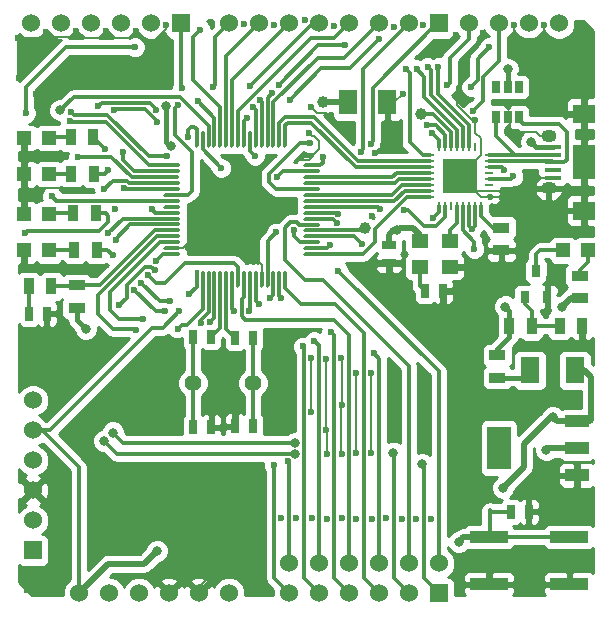
<source format=gtl>
G04 (created by PCBNEW (2013-07-07 BZR 4022)-stable) date 23/05/2015 13:05:33*
%MOIN*%
G04 Gerber Fmt 3.4, Leading zero omitted, Abs format*
%FSLAX34Y34*%
G01*
G70*
G90*
G04 APERTURE LIST*
%ADD10C,0.00590551*%
%ADD11R,0.0276X0.0394*%
%ADD12R,0.0315X0.0394*%
%ADD13R,0.08X0.144*%
%ADD14R,0.08X0.04*%
%ADD15R,0.06X0.08*%
%ADD16R,0.055X0.035*%
%ADD17R,0.035X0.055*%
%ADD18R,0.025X0.045*%
%ADD19R,0.045X0.025*%
%ADD20R,0.01X0.03*%
%ADD21R,0.03X0.01*%
%ADD22R,0.1181X0.1181*%
%ADD23R,0.06X0.06*%
%ADD24C,0.06*%
%ADD25R,0.0748031X0.114173*%
%ADD26R,0.0748031X0.061811*%
%ADD27R,0.0531496X0.015748*%
%ADD28O,0.0511811X0.0413386*%
%ADD29R,0.011811X0.06*%
%ADD30O,0.011811X0.06*%
%ADD31O,0.06X0.011811*%
%ADD32R,0.0472X0.0472*%
%ADD33C,0.056*%
%ADD34R,0.125984X0.0393701*%
%ADD35R,0.063X0.0866*%
%ADD36R,0.0551181X0.0472441*%
%ADD37C,0.0314961*%
%ADD38C,0.023622*%
%ADD39C,0.0393701*%
%ADD40C,0.011811*%
%ADD41C,0.019685*%
%ADD42C,0.015748*%
%ADD43C,0.00787402*%
%ADD44C,0.00866142*%
G04 APERTURE END LIST*
G54D10*
G54D11*
X61335Y-30375D03*
X61710Y-30375D03*
X62085Y-30375D03*
X62085Y-31375D03*
X61710Y-31375D03*
X61335Y-31375D03*
G54D12*
X62655Y-36502D03*
X63030Y-37368D03*
X62280Y-37368D03*
G54D13*
X61415Y-42415D03*
G54D14*
X64015Y-42415D03*
X64015Y-41515D03*
X64015Y-43315D03*
G54D15*
X56395Y-30885D03*
X57695Y-30885D03*
G54D16*
X61370Y-39315D03*
X61370Y-40065D03*
X61500Y-35815D03*
X61500Y-35065D03*
X64105Y-37410D03*
X64105Y-36660D03*
G54D17*
X47915Y-33270D03*
X47165Y-33270D03*
X63440Y-38325D03*
X64190Y-38325D03*
X62510Y-38340D03*
X61760Y-38340D03*
X46495Y-37020D03*
X45745Y-37020D03*
G54D16*
X47350Y-37735D03*
X47350Y-36985D03*
G54D17*
X48015Y-35795D03*
X47265Y-35795D03*
X47900Y-32050D03*
X47150Y-32050D03*
X47985Y-34585D03*
X47235Y-34585D03*
G54D18*
X58950Y-37170D03*
X59550Y-37170D03*
X61810Y-44525D03*
X62410Y-44525D03*
G54D19*
X57760Y-35640D03*
X57760Y-36240D03*
G54D18*
X45745Y-37925D03*
X46345Y-37925D03*
X53230Y-38735D03*
X52630Y-38735D03*
X51230Y-38705D03*
X51830Y-38705D03*
X52625Y-41685D03*
X53225Y-41685D03*
X51830Y-41715D03*
X51230Y-41715D03*
G54D20*
X60612Y-34324D03*
X60415Y-34324D03*
X60218Y-34324D03*
X60809Y-34324D03*
G54D21*
X61104Y-34029D03*
X61104Y-33832D03*
X61104Y-33635D03*
X61104Y-33438D03*
X61104Y-33242D03*
X61104Y-33045D03*
X61104Y-32848D03*
X61104Y-32651D03*
G54D20*
X59431Y-32356D03*
X60809Y-32356D03*
X60612Y-32356D03*
X60415Y-32356D03*
X60218Y-32356D03*
X60022Y-32356D03*
X59825Y-32356D03*
X59628Y-32356D03*
G54D21*
X59136Y-32651D03*
X59136Y-32848D03*
X59136Y-33045D03*
X59136Y-33242D03*
X59136Y-33438D03*
X59136Y-33635D03*
X59136Y-33832D03*
X59136Y-34029D03*
G54D20*
X59431Y-34324D03*
X59628Y-34324D03*
X59825Y-34324D03*
X60022Y-34324D03*
G54D22*
X60120Y-33340D03*
G54D23*
X45885Y-45820D03*
G54D24*
X45885Y-44820D03*
X45885Y-43820D03*
X45885Y-42820D03*
X45885Y-41820D03*
X45885Y-40820D03*
G54D25*
X64260Y-32880D03*
G54D26*
X64260Y-34490D03*
X64260Y-31269D03*
G54D27*
X63206Y-32880D03*
X63206Y-33135D03*
X63206Y-33391D03*
X63206Y-32624D03*
X63206Y-32368D03*
G54D28*
X63078Y-33755D03*
X63078Y-32004D03*
G54D29*
X51344Y-36776D03*
G54D30*
X51541Y-36776D03*
X51738Y-36776D03*
X51935Y-36776D03*
X52132Y-36776D03*
X52328Y-36776D03*
X52525Y-36776D03*
X52722Y-36776D03*
X52919Y-36776D03*
X53116Y-36776D03*
X53313Y-36776D03*
X53509Y-36776D03*
X53706Y-36776D03*
X53903Y-36776D03*
X54100Y-36776D03*
X54297Y-36776D03*
G54D31*
X55195Y-35941D03*
X55195Y-35744D03*
X55195Y-35547D03*
X55195Y-35350D03*
X55195Y-35153D03*
X55195Y-34957D03*
X55195Y-34760D03*
X55195Y-34563D03*
X55195Y-34366D03*
X55195Y-34169D03*
X55195Y-33972D03*
X55195Y-33776D03*
X55195Y-33579D03*
X55195Y-33382D03*
X55195Y-33185D03*
X55195Y-32988D03*
G54D30*
X54297Y-32090D03*
X54100Y-32090D03*
X53903Y-32090D03*
X53706Y-32090D03*
X53509Y-32090D03*
X53313Y-32090D03*
X53116Y-32090D03*
X52919Y-32090D03*
X52722Y-32090D03*
X52525Y-32090D03*
X52328Y-32090D03*
X52132Y-32090D03*
X51935Y-32090D03*
X51738Y-32090D03*
X51541Y-32090D03*
X51344Y-32090D03*
G54D31*
X50509Y-32988D03*
X50509Y-33185D03*
X50509Y-33579D03*
X50502Y-33382D03*
X50509Y-33776D03*
X50509Y-33972D03*
X50509Y-34169D03*
X50509Y-34366D03*
X50509Y-34563D03*
X50509Y-34760D03*
X50509Y-34954D03*
X50509Y-35151D03*
X50509Y-35348D03*
X50509Y-35545D03*
X50509Y-35741D03*
X50509Y-35938D03*
G54D32*
X46418Y-32075D03*
X45592Y-32075D03*
X46418Y-33285D03*
X45592Y-33285D03*
X64383Y-35815D03*
X63557Y-35815D03*
X46413Y-34605D03*
X45587Y-34605D03*
X46413Y-35815D03*
X45587Y-35815D03*
G54D33*
X53225Y-40235D03*
X51225Y-40235D03*
G54D34*
X61091Y-45372D03*
X63768Y-45372D03*
X63768Y-46947D03*
X61091Y-46947D03*
G54D35*
X62452Y-39820D03*
X63948Y-39820D03*
G54D23*
X59419Y-28249D03*
G54D24*
X57419Y-28249D03*
X56419Y-28249D03*
X55419Y-28249D03*
X54419Y-28249D03*
X53419Y-28249D03*
X52419Y-28249D03*
G54D23*
X50819Y-28249D03*
G54D24*
X49819Y-28249D03*
X48819Y-28249D03*
X47819Y-28249D03*
X46819Y-28249D03*
X45821Y-28249D03*
X58419Y-28249D03*
G54D23*
X59419Y-47249D03*
G54D24*
X58419Y-47249D03*
X57419Y-47249D03*
X56419Y-47249D03*
X55419Y-47249D03*
X54419Y-47249D03*
X52419Y-47249D03*
X50419Y-47249D03*
X49419Y-47249D03*
X48419Y-47249D03*
X47419Y-47249D03*
X51419Y-47249D03*
X54419Y-46249D03*
X55419Y-46249D03*
X56419Y-46249D03*
X57419Y-46249D03*
X58419Y-46249D03*
X59419Y-46249D03*
X60419Y-28249D03*
X61419Y-28249D03*
X62419Y-28249D03*
X63419Y-28249D03*
G54D36*
X59780Y-35506D03*
X59780Y-36373D03*
X58780Y-35506D03*
X58780Y-36373D03*
G54D37*
X61560Y-43730D03*
X63215Y-41365D03*
G54D38*
X53910Y-42970D03*
X49330Y-38470D03*
X54890Y-39020D03*
X50710Y-38425D03*
X56055Y-36490D03*
X56035Y-34910D03*
X51795Y-38205D03*
X55825Y-38550D03*
X49555Y-38110D03*
X54380Y-42855D03*
X55260Y-38830D03*
X51485Y-38250D03*
X57240Y-39250D03*
X56840Y-35600D03*
X50850Y-30415D03*
X50720Y-30975D03*
X51900Y-30360D03*
X51380Y-30840D03*
X53135Y-30340D03*
X53860Y-30575D03*
X55130Y-32250D03*
X59690Y-30320D03*
X57465Y-34435D03*
X60550Y-31180D03*
X56070Y-34610D03*
X61080Y-29050D03*
X60480Y-30380D03*
X53020Y-31390D03*
X56300Y-28980D03*
X49950Y-36475D03*
X54075Y-30315D03*
X48770Y-37645D03*
X48540Y-35975D03*
X49280Y-29050D03*
X45645Y-31250D03*
X45630Y-35240D03*
X57425Y-28785D03*
X54455Y-30795D03*
X53290Y-32665D03*
X50020Y-31550D03*
X53225Y-31050D03*
X48400Y-33150D03*
X48580Y-31145D03*
X50000Y-31145D03*
X53450Y-30815D03*
X48070Y-31015D03*
X48295Y-32450D03*
X51465Y-28460D03*
X52600Y-37855D03*
X50765Y-37855D03*
G54D37*
X50025Y-45830D03*
X60080Y-45530D03*
X58850Y-42950D03*
X54630Y-42610D03*
X48245Y-42170D03*
G54D38*
X48390Y-35250D03*
G54D37*
X57885Y-42560D03*
X54630Y-42230D03*
X48550Y-41890D03*
G54D38*
X48650Y-35460D03*
X48265Y-33775D03*
X48905Y-33755D03*
X48900Y-32530D03*
X47380Y-32705D03*
X54165Y-37395D03*
X57140Y-32265D03*
X53790Y-37420D03*
X56820Y-32525D03*
X47110Y-31515D03*
G54D37*
X46800Y-31150D03*
G54D38*
X46520Y-34020D03*
X55565Y-32700D03*
X51040Y-32025D03*
G54D37*
X50330Y-31005D03*
X50475Y-32335D03*
G54D39*
X55540Y-30865D03*
G54D38*
X49980Y-36165D03*
X54585Y-35155D03*
X59200Y-31905D03*
X59230Y-34755D03*
X60515Y-35100D03*
X61585Y-33125D03*
G54D37*
X47650Y-38440D03*
X58030Y-35155D03*
X63510Y-37715D03*
X63000Y-42470D03*
G54D39*
X56940Y-35075D03*
X58810Y-31270D03*
G54D38*
X58325Y-29775D03*
X49840Y-34440D03*
X49495Y-36890D03*
X50470Y-37515D03*
X53095Y-37855D03*
X59040Y-29710D03*
X53405Y-37590D03*
X50290Y-37830D03*
X49270Y-37125D03*
X59400Y-29705D03*
X58690Y-29780D03*
X49710Y-36650D03*
X61900Y-33355D03*
G54D37*
X61705Y-29770D03*
X61625Y-37690D03*
X62485Y-32205D03*
G54D38*
X51100Y-37270D03*
X54020Y-33380D03*
X52165Y-33075D03*
X54000Y-35220D03*
X60160Y-37155D03*
X61080Y-36770D03*
X54940Y-28140D03*
X52920Y-28285D03*
X49330Y-28490D03*
X51835Y-28210D03*
X53920Y-28315D03*
X55920Y-28345D03*
X50325Y-28305D03*
X62920Y-28295D03*
X61915Y-28315D03*
X57915Y-28375D03*
X60900Y-28585D03*
X59985Y-28635D03*
X58900Y-28320D03*
X48635Y-38865D03*
X47145Y-31195D03*
X50250Y-39100D03*
X60635Y-31480D03*
X59165Y-44760D03*
X58175Y-44765D03*
X57175Y-44770D03*
X56660Y-44760D03*
X57665Y-44755D03*
X58665Y-44760D03*
X60355Y-42950D03*
X59800Y-44770D03*
X55680Y-44760D03*
X54670Y-44750D03*
X54170Y-44750D03*
X55175Y-44755D03*
X56175Y-44755D03*
X62270Y-41330D03*
X61325Y-40805D03*
X63225Y-39870D03*
X61840Y-33910D03*
G54D37*
X59765Y-33675D03*
X60130Y-33380D03*
X59725Y-32975D03*
X60475Y-33725D03*
G54D38*
X64055Y-46165D03*
X62410Y-47055D03*
X62390Y-45865D03*
X60340Y-46195D03*
X62660Y-43640D03*
X63960Y-44500D03*
X57185Y-34680D03*
X55795Y-35640D03*
X52825Y-33050D03*
X53150Y-34710D03*
X50345Y-32675D03*
X51520Y-34605D03*
X58205Y-30600D03*
X56140Y-31740D03*
X55145Y-31050D03*
X55085Y-31900D03*
X58065Y-32400D03*
X57280Y-32565D03*
X47160Y-29905D03*
X47515Y-29450D03*
X48310Y-29900D03*
X48330Y-28500D03*
X49340Y-29700D03*
X47325Y-28505D03*
X46310Y-28545D03*
X45390Y-28730D03*
X46810Y-30500D03*
X45990Y-30610D03*
X45420Y-30070D03*
X46885Y-36315D03*
X48615Y-34440D03*
X45560Y-36380D03*
X45780Y-32710D03*
X45745Y-33915D03*
X47525Y-33840D03*
X46145Y-39335D03*
X45575Y-40000D03*
X45590Y-38605D03*
X47770Y-39290D03*
X48435Y-40845D03*
X48270Y-43900D03*
X47170Y-42000D03*
X46815Y-44535D03*
X46670Y-46610D03*
X45690Y-47140D03*
X47910Y-45790D03*
X48870Y-45530D03*
X49545Y-44195D03*
X50010Y-43240D03*
X52970Y-43275D03*
X53080Y-44765D03*
X50660Y-44800D03*
X50970Y-46380D03*
X53050Y-46190D03*
X52215Y-41700D03*
X54465Y-39215D03*
X54600Y-41730D03*
X55170Y-41220D03*
X55160Y-39410D03*
X55670Y-39440D03*
X56180Y-42620D03*
X55685Y-42610D03*
X55670Y-41810D03*
X56180Y-40980D03*
X56170Y-39410D03*
X56660Y-39920D03*
X56665Y-42570D03*
X57170Y-42580D03*
X57165Y-39905D03*
X57840Y-40100D03*
X57920Y-42030D03*
X58910Y-42380D03*
X58980Y-40100D03*
X60075Y-41735D03*
X59725Y-38570D03*
X58060Y-37750D03*
X63210Y-36520D03*
X62820Y-34580D03*
X61795Y-31880D03*
X62775Y-30175D03*
X64230Y-28370D03*
X64270Y-30105D03*
X60600Y-35780D03*
X59025Y-31645D03*
X58255Y-34485D03*
G54D40*
X47350Y-36985D02*
X48125Y-36985D01*
X49959Y-35151D02*
X50509Y-35151D01*
X48125Y-36985D02*
X49959Y-35151D01*
X47315Y-37020D02*
X47350Y-36985D01*
X46495Y-37020D02*
X47315Y-37020D01*
X52132Y-36776D02*
X52132Y-38403D01*
X52132Y-38403D02*
X51830Y-38705D01*
X52328Y-36776D02*
X52328Y-38433D01*
X52328Y-38433D02*
X52630Y-38735D01*
G54D41*
X63215Y-41365D02*
X63165Y-41365D01*
X62250Y-43040D02*
X61560Y-43730D01*
X62250Y-42280D02*
X62250Y-43040D01*
X63165Y-41365D02*
X62250Y-42280D01*
X64015Y-41515D02*
X63365Y-41515D01*
X63365Y-41515D02*
X63215Y-41365D01*
X63948Y-39820D02*
X64270Y-39820D01*
X64440Y-41515D02*
X64015Y-41515D01*
X64500Y-41455D02*
X64440Y-41515D01*
X64500Y-40050D02*
X64500Y-41455D01*
X64270Y-39820D02*
X64500Y-40050D01*
G54D40*
X63948Y-39820D02*
X64200Y-39820D01*
X48550Y-38435D02*
X49295Y-38435D01*
X48050Y-37935D02*
X48550Y-38435D01*
X50509Y-35348D02*
X50017Y-35348D01*
X48050Y-37315D02*
X48050Y-37585D01*
X50017Y-35348D02*
X48050Y-37315D01*
X48050Y-37585D02*
X48050Y-37935D01*
X53920Y-46749D02*
X54419Y-47249D01*
X53920Y-42980D02*
X53920Y-46749D01*
X53910Y-42970D02*
X53920Y-42980D01*
X49295Y-38435D02*
X49330Y-38470D01*
X51541Y-36776D02*
X51541Y-37784D01*
X54920Y-46749D02*
X55419Y-47249D01*
X54920Y-39050D02*
X54920Y-46749D01*
X54890Y-39020D02*
X54920Y-39050D01*
X50840Y-38295D02*
X50710Y-38425D01*
X51030Y-38295D02*
X50840Y-38295D01*
X51541Y-37784D02*
X51030Y-38295D01*
X55195Y-34957D02*
X54752Y-34957D01*
X58419Y-39674D02*
X58419Y-46249D01*
X55550Y-36805D02*
X58419Y-39674D01*
X54945Y-36805D02*
X55550Y-36805D01*
X54275Y-36135D02*
X54945Y-36805D01*
X54275Y-35075D02*
X54275Y-36135D01*
X54470Y-34880D02*
X54275Y-35075D01*
X54675Y-34880D02*
X54470Y-34880D01*
X54752Y-34957D02*
X54675Y-34880D01*
X55195Y-34760D02*
X55885Y-34760D01*
X59419Y-39854D02*
X59419Y-46249D01*
X56055Y-36490D02*
X59419Y-39854D01*
X55885Y-34760D02*
X56035Y-34910D01*
X51935Y-38065D02*
X51795Y-38205D01*
X55925Y-38895D02*
X55925Y-46754D01*
X56419Y-47249D02*
X55925Y-46754D01*
X51935Y-38065D02*
X51935Y-36776D01*
X55925Y-38650D02*
X55925Y-38895D01*
X55825Y-38550D02*
X55925Y-38650D01*
X54297Y-36776D02*
X54297Y-37062D01*
X56915Y-46744D02*
X57419Y-47249D01*
X56915Y-38575D02*
X56915Y-46744D01*
X55940Y-37600D02*
X56915Y-38575D01*
X54835Y-37600D02*
X55940Y-37600D01*
X54297Y-37062D02*
X54835Y-37600D01*
X48460Y-37780D02*
X48460Y-37800D01*
X50105Y-35545D02*
X48460Y-37190D01*
X48460Y-37190D02*
X48460Y-37780D01*
X50509Y-35545D02*
X50105Y-35545D01*
X48770Y-38110D02*
X49555Y-38110D01*
X48460Y-37800D02*
X48770Y-38110D01*
X54419Y-42894D02*
X54419Y-46249D01*
X54380Y-42855D02*
X54419Y-42894D01*
X55419Y-39080D02*
X55419Y-38989D01*
X55419Y-46249D02*
X55419Y-39080D01*
X55419Y-38989D02*
X55260Y-38830D01*
X51738Y-36776D02*
X51738Y-37887D01*
X51485Y-38140D02*
X51485Y-38250D01*
X51738Y-37887D02*
X51485Y-38140D01*
X52960Y-38135D02*
X55920Y-38135D01*
X52919Y-37356D02*
X52845Y-37430D01*
X52845Y-37430D02*
X52845Y-38020D01*
X52845Y-38020D02*
X52960Y-38135D01*
X52919Y-36776D02*
X52919Y-37356D01*
X56419Y-38634D02*
X56419Y-46249D01*
X55920Y-38135D02*
X56419Y-38634D01*
X55195Y-35350D02*
X56590Y-35350D01*
X57419Y-39429D02*
X57419Y-46249D01*
X57240Y-39250D02*
X57419Y-39429D01*
X56590Y-35350D02*
X56840Y-35600D01*
X51175Y-32970D02*
X51175Y-32535D01*
X51053Y-33972D02*
X51175Y-33850D01*
X51175Y-33850D02*
X51175Y-32970D01*
X50850Y-30415D02*
X50819Y-30384D01*
X50819Y-28249D02*
X50819Y-30384D01*
X51053Y-33972D02*
X50509Y-33972D01*
X50610Y-31085D02*
X50720Y-30975D01*
X50610Y-31970D02*
X50610Y-31085D01*
X51175Y-32535D02*
X50610Y-31970D01*
X51935Y-32090D02*
X51935Y-31395D01*
X51970Y-28699D02*
X52419Y-28249D01*
X51970Y-30290D02*
X51970Y-28699D01*
X51900Y-30360D02*
X51970Y-30290D01*
X51935Y-31395D02*
X51380Y-30840D01*
X53706Y-32090D02*
X53706Y-30729D01*
X55225Y-28249D02*
X55419Y-28249D01*
X53135Y-30340D02*
X55225Y-28249D01*
X53706Y-30729D02*
X53860Y-30575D01*
X53903Y-32090D02*
X53903Y-30887D01*
X56259Y-29410D02*
X57419Y-28249D01*
X55380Y-29410D02*
X56259Y-29410D01*
X53903Y-30887D02*
X55380Y-29410D01*
X60419Y-28249D02*
X60419Y-28760D01*
X54001Y-33776D02*
X53750Y-33525D01*
X53750Y-33525D02*
X53750Y-33285D01*
X53750Y-33285D02*
X54785Y-32250D01*
X54785Y-32250D02*
X55130Y-32250D01*
X54001Y-33776D02*
X55195Y-33776D01*
X59785Y-30225D02*
X59690Y-30320D01*
X59785Y-29395D02*
X59785Y-30225D01*
X60419Y-28760D02*
X59785Y-29395D01*
X61419Y-28249D02*
X61419Y-29515D01*
X57396Y-34366D02*
X55195Y-34366D01*
X57396Y-34366D02*
X57465Y-34435D01*
X60900Y-30830D02*
X60550Y-31180D01*
X60900Y-30035D02*
X60900Y-30830D01*
X61419Y-29515D02*
X60900Y-30035D01*
X55195Y-34563D02*
X56023Y-34563D01*
X56023Y-34563D02*
X56070Y-34610D01*
X60705Y-29425D02*
X61080Y-29050D01*
X60705Y-30155D02*
X60705Y-29425D01*
X60480Y-30380D02*
X60705Y-30155D01*
X53020Y-31390D02*
X52919Y-31491D01*
X52919Y-31491D02*
X52919Y-32090D01*
X49835Y-36360D02*
X49630Y-36360D01*
X54075Y-30295D02*
X55390Y-28980D01*
X55390Y-28980D02*
X56300Y-28980D01*
X49950Y-36475D02*
X49835Y-36360D01*
X54075Y-30315D02*
X54075Y-30295D01*
X49015Y-37400D02*
X48770Y-37645D01*
X49015Y-36975D02*
X49015Y-37400D01*
X49630Y-36360D02*
X49015Y-36975D01*
X48015Y-35795D02*
X48360Y-35795D01*
X48540Y-35975D02*
X48360Y-35795D01*
X48085Y-35180D02*
X48395Y-34870D01*
X48020Y-35180D02*
X48085Y-35180D01*
X49280Y-29050D02*
X49265Y-29035D01*
X49265Y-29035D02*
X46985Y-29035D01*
X46985Y-29035D02*
X45645Y-30375D01*
X45645Y-30375D02*
X45645Y-31250D01*
X45630Y-35240D02*
X45690Y-35180D01*
X45690Y-35180D02*
X48020Y-35180D01*
X48310Y-34585D02*
X48395Y-34670D01*
X48395Y-34670D02*
X48395Y-34785D01*
X47985Y-34585D02*
X48310Y-34585D01*
X48395Y-34870D02*
X48395Y-34785D01*
X53116Y-32090D02*
X53116Y-32491D01*
X56460Y-29750D02*
X57425Y-28785D01*
X55500Y-29750D02*
X56460Y-29750D01*
X54455Y-30795D02*
X55500Y-29750D01*
X53116Y-32491D02*
X53290Y-32665D01*
X50020Y-31505D02*
X49615Y-31100D01*
X49615Y-31100D02*
X48660Y-31100D01*
X53313Y-32090D02*
X53313Y-31138D01*
X53313Y-31138D02*
X53225Y-31050D01*
X50020Y-31550D02*
X50020Y-31505D01*
X48280Y-33270D02*
X47915Y-33270D01*
X48400Y-33150D02*
X48280Y-33270D01*
X48625Y-31100D02*
X48660Y-31100D01*
X48580Y-31145D02*
X48625Y-31100D01*
X53509Y-32090D02*
X53509Y-30874D01*
X53509Y-30874D02*
X53450Y-30815D01*
X50000Y-31120D02*
X49785Y-30905D01*
X49785Y-30905D02*
X48180Y-30905D01*
X48180Y-30905D02*
X48070Y-31015D01*
X50000Y-31145D02*
X50000Y-31120D01*
X47900Y-32055D02*
X47900Y-32050D01*
X48295Y-32450D02*
X47900Y-32055D01*
X51465Y-28460D02*
X51220Y-28705D01*
X51220Y-28705D02*
X51220Y-28940D01*
X52132Y-32090D02*
X52132Y-31047D01*
X51220Y-30135D02*
X51220Y-28940D01*
X52132Y-31047D02*
X51220Y-30135D01*
X52328Y-32090D02*
X52328Y-29341D01*
X52328Y-29341D02*
X53419Y-28249D01*
X52525Y-32090D02*
X52525Y-30144D01*
X52525Y-30144D02*
X54419Y-28249D01*
X54780Y-29120D02*
X55155Y-28745D01*
X52722Y-31178D02*
X54780Y-29120D01*
X52722Y-32090D02*
X52722Y-31178D01*
X55924Y-28745D02*
X56419Y-28249D01*
X55155Y-28745D02*
X55924Y-28745D01*
X52525Y-37780D02*
X52600Y-37855D01*
X50765Y-37855D02*
X50230Y-38390D01*
X50230Y-38390D02*
X49870Y-38390D01*
X49870Y-38390D02*
X46440Y-41820D01*
X45885Y-41820D02*
X46440Y-41820D01*
X52525Y-37780D02*
X52525Y-36776D01*
G54D41*
X61091Y-45372D02*
X60237Y-45372D01*
X48404Y-46265D02*
X47419Y-47249D01*
X49590Y-46265D02*
X48404Y-46265D01*
X50025Y-45830D02*
X49590Y-46265D01*
X60237Y-45372D02*
X60080Y-45530D01*
G54D40*
X45885Y-41820D02*
X46195Y-41820D01*
X46195Y-41820D02*
X47419Y-43044D01*
X47419Y-43044D02*
X47419Y-47249D01*
X61105Y-44480D02*
X61105Y-45359D01*
X61105Y-45359D02*
X61091Y-45372D01*
X61810Y-44525D02*
X61150Y-44525D01*
X61150Y-44525D02*
X61105Y-44480D01*
X61091Y-45372D02*
X63768Y-45372D01*
X50509Y-34760D02*
X48880Y-34760D01*
X58915Y-46744D02*
X59419Y-47249D01*
X58915Y-43015D02*
X58915Y-46744D01*
X58850Y-42950D02*
X58915Y-43015D01*
X48685Y-42610D02*
X54630Y-42610D01*
X48245Y-42170D02*
X48685Y-42610D01*
X48880Y-34760D02*
X48390Y-35250D01*
X50509Y-34954D02*
X49131Y-34954D01*
X57920Y-46749D02*
X58419Y-47249D01*
X57920Y-42595D02*
X57920Y-46749D01*
X57885Y-42560D02*
X57920Y-42595D01*
X48890Y-42230D02*
X54630Y-42230D01*
X48550Y-41890D02*
X48890Y-42230D01*
X48650Y-35435D02*
X48650Y-35460D01*
X49131Y-34954D02*
X48650Y-35435D01*
X50509Y-33579D02*
X49089Y-33579D01*
X48540Y-33500D02*
X48265Y-33775D01*
X49010Y-33500D02*
X48540Y-33500D01*
X49089Y-33579D02*
X49010Y-33500D01*
X48926Y-33776D02*
X48905Y-33755D01*
X50509Y-33776D02*
X48926Y-33776D01*
X50509Y-33185D02*
X49265Y-33185D01*
X48900Y-32820D02*
X48900Y-32530D01*
X49265Y-33185D02*
X48900Y-32820D01*
X49182Y-33382D02*
X48490Y-32690D01*
X49182Y-33382D02*
X50502Y-33382D01*
X47395Y-32690D02*
X48490Y-32690D01*
X47380Y-32705D02*
X47395Y-32690D01*
X54100Y-37330D02*
X54165Y-37395D01*
X54100Y-36776D02*
X54100Y-37330D01*
X59370Y-28249D02*
X59419Y-28249D01*
X57225Y-30395D02*
X59370Y-28249D01*
X57225Y-32180D02*
X57225Y-30395D01*
X57140Y-32265D02*
X57225Y-32180D01*
X53903Y-37307D02*
X53790Y-37420D01*
X53903Y-36776D02*
X53903Y-37307D01*
X56895Y-29774D02*
X58419Y-28249D01*
X56895Y-32450D02*
X56895Y-29774D01*
X56820Y-32525D02*
X56895Y-32450D01*
X47140Y-31545D02*
X48320Y-31545D01*
X49763Y-32988D02*
X50509Y-32988D01*
X48320Y-31545D02*
X49763Y-32988D01*
X47110Y-31515D02*
X47140Y-31545D01*
X51738Y-32090D02*
X51738Y-31658D01*
X47240Y-30710D02*
X46800Y-31150D01*
X50790Y-30710D02*
X47240Y-30710D01*
X51738Y-31658D02*
X50790Y-30710D01*
X46669Y-34169D02*
X50509Y-34169D01*
X46520Y-34020D02*
X46669Y-34169D01*
X60612Y-34852D02*
X60612Y-35003D01*
X60612Y-34324D02*
X60612Y-34852D01*
X60612Y-35003D02*
X60515Y-35100D01*
X55540Y-32910D02*
X55540Y-32725D01*
X55195Y-32988D02*
X55462Y-32988D01*
X55462Y-32988D02*
X55540Y-32910D01*
X55540Y-32725D02*
X55565Y-32700D01*
X51344Y-32090D02*
X51344Y-31779D01*
X51040Y-31815D02*
X51040Y-32025D01*
X51155Y-31700D02*
X51040Y-31815D01*
X51265Y-31700D02*
X51155Y-31700D01*
X51344Y-31779D02*
X51265Y-31700D01*
G54D42*
X50330Y-32190D02*
X50330Y-31005D01*
X50475Y-32335D02*
X50330Y-32190D01*
G54D41*
X55540Y-30865D02*
X55560Y-30885D01*
X55560Y-30885D02*
X56395Y-30885D01*
G54D40*
X50509Y-35938D02*
X50207Y-35938D01*
X50207Y-35938D02*
X49980Y-36165D01*
X55195Y-35547D02*
X54777Y-35547D01*
X54585Y-35355D02*
X54585Y-35155D01*
X54777Y-35547D02*
X54585Y-35355D01*
X59431Y-32356D02*
X59431Y-32136D01*
X59431Y-32136D02*
X59200Y-31905D01*
X59431Y-34324D02*
X59431Y-34554D01*
X59431Y-34554D02*
X59230Y-34755D01*
X60415Y-34324D02*
X60415Y-35000D01*
X60415Y-35000D02*
X60515Y-35100D01*
X59431Y-34324D02*
X59431Y-34479D01*
X61104Y-33045D02*
X61505Y-33045D01*
X61505Y-33045D02*
X61585Y-33125D01*
G54D42*
X47350Y-38140D02*
X47350Y-37735D01*
X47650Y-38440D02*
X47350Y-38140D01*
G54D41*
X58030Y-35155D02*
X57900Y-35155D01*
X57760Y-35295D02*
X57760Y-35640D01*
X57900Y-35155D02*
X57760Y-35295D01*
X58780Y-35295D02*
X58780Y-35506D01*
X58560Y-35075D02*
X58780Y-35295D01*
X58110Y-35075D02*
X58560Y-35075D01*
X58030Y-35155D02*
X58110Y-35075D01*
X63815Y-37410D02*
X64105Y-37410D01*
X63510Y-37715D02*
X63815Y-37410D01*
X63055Y-42415D02*
X64015Y-42415D01*
X63000Y-42470D02*
X63055Y-42415D01*
G54D40*
X59825Y-32356D02*
X59825Y-31885D01*
X56862Y-35153D02*
X55195Y-35153D01*
X56940Y-35075D02*
X56862Y-35153D01*
X59210Y-31270D02*
X58810Y-31270D01*
X59825Y-31885D02*
X59210Y-31270D01*
X59136Y-34029D02*
X58361Y-34029D01*
X56894Y-35941D02*
X55195Y-35941D01*
X57280Y-35555D02*
X56894Y-35941D01*
X57280Y-35110D02*
X57280Y-35555D01*
X58361Y-34029D02*
X57280Y-35110D01*
X59136Y-33832D02*
X58273Y-33832D01*
X57936Y-34169D02*
X55195Y-34169D01*
X58273Y-33832D02*
X57936Y-34169D01*
X59136Y-33635D02*
X58185Y-33635D01*
X57848Y-33972D02*
X55195Y-33972D01*
X58185Y-33635D02*
X57848Y-33972D01*
X59136Y-33438D02*
X58087Y-33438D01*
X57946Y-33579D02*
X55195Y-33579D01*
X58087Y-33438D02*
X57946Y-33579D01*
X59136Y-33242D02*
X58008Y-33242D01*
X57868Y-33382D02*
X55195Y-33382D01*
X58008Y-33242D02*
X57868Y-33382D01*
X59136Y-33045D02*
X56645Y-33045D01*
X54297Y-31653D02*
X54297Y-32090D01*
X54390Y-31560D02*
X54297Y-31653D01*
X55160Y-31560D02*
X54390Y-31560D01*
X56645Y-33045D02*
X55160Y-31560D01*
X59136Y-32848D02*
X56713Y-32848D01*
X54100Y-31560D02*
X54100Y-32090D01*
X54285Y-31375D02*
X54100Y-31560D01*
X55240Y-31375D02*
X54285Y-31375D01*
X56713Y-32848D02*
X55240Y-31375D01*
X58881Y-32651D02*
X58450Y-32220D01*
X58450Y-32220D02*
X58450Y-29900D01*
X58450Y-29900D02*
X58325Y-29775D01*
X49840Y-34440D02*
X49963Y-34563D01*
X50509Y-34563D02*
X49963Y-34563D01*
X58881Y-32651D02*
X59136Y-32651D01*
X49495Y-36890D02*
X50120Y-37515D01*
X50120Y-37515D02*
X50470Y-37515D01*
X53095Y-37855D02*
X53116Y-37834D01*
X53116Y-36776D02*
X53116Y-37834D01*
X60218Y-31718D02*
X60218Y-32356D01*
X59140Y-29810D02*
X59040Y-29710D01*
X59140Y-30640D02*
X59140Y-29810D01*
X60218Y-31718D02*
X59140Y-30640D01*
X53313Y-37498D02*
X53313Y-36776D01*
X53405Y-37590D02*
X53313Y-37498D01*
X49975Y-37830D02*
X50290Y-37830D01*
X49270Y-37125D02*
X49975Y-37830D01*
X60415Y-32356D02*
X60415Y-31635D01*
X59400Y-30620D02*
X59400Y-29705D01*
X60415Y-31635D02*
X59400Y-30620D01*
X60022Y-31792D02*
X58935Y-30705D01*
X58935Y-30705D02*
X58935Y-30025D01*
X58935Y-30025D02*
X58690Y-29780D01*
X60022Y-32356D02*
X60022Y-31792D01*
X49710Y-36650D02*
X49980Y-36920D01*
X49980Y-36920D02*
X50290Y-36920D01*
X50290Y-36920D02*
X50970Y-36240D01*
X50970Y-36240D02*
X52595Y-36240D01*
X52595Y-36240D02*
X52722Y-36367D01*
X52722Y-36776D02*
X52722Y-36367D01*
G54D42*
X63206Y-32368D02*
X62648Y-32368D01*
X61760Y-38340D02*
X61760Y-38710D01*
X61370Y-39100D02*
X61370Y-39315D01*
X61760Y-38710D02*
X61370Y-39100D01*
G54D40*
X61104Y-33438D02*
X61817Y-33438D01*
X61817Y-33438D02*
X61900Y-33355D01*
G54D42*
X61710Y-29775D02*
X61710Y-30375D01*
G54D40*
X61705Y-29770D02*
X61710Y-29775D01*
G54D42*
X61760Y-37825D02*
X61760Y-38340D01*
X61625Y-37690D02*
X61760Y-37825D01*
X62648Y-32368D02*
X62485Y-32205D01*
G54D40*
X51344Y-36776D02*
X51344Y-37026D01*
X51344Y-37026D02*
X51100Y-37270D01*
X55195Y-33185D02*
X54215Y-33185D01*
X54215Y-33185D02*
X54020Y-33380D01*
X51541Y-32090D02*
X51541Y-32451D01*
X51541Y-32451D02*
X52165Y-33075D01*
X53706Y-36776D02*
X53706Y-35514D01*
X53706Y-35514D02*
X54000Y-35220D01*
X61500Y-35815D02*
X61500Y-36445D01*
X60145Y-37170D02*
X59550Y-37170D01*
X60160Y-37155D02*
X60145Y-37170D01*
X61175Y-36770D02*
X61080Y-36770D01*
X61500Y-36445D02*
X61175Y-36770D01*
G54D43*
X49330Y-28490D02*
X49695Y-28855D01*
X50330Y-28310D02*
X50325Y-28305D01*
X50330Y-28440D02*
X50330Y-28310D01*
X49915Y-28855D02*
X50330Y-28440D01*
X49695Y-28855D02*
X49915Y-28855D01*
X62920Y-28295D02*
X62920Y-28490D01*
X64205Y-28370D02*
X63780Y-28795D01*
X63780Y-28795D02*
X63160Y-28795D01*
X63160Y-28795D02*
X62920Y-28555D01*
X62920Y-28555D02*
X62920Y-28295D01*
X64230Y-28370D02*
X64205Y-28370D01*
X61915Y-28560D02*
X61915Y-28315D01*
X62115Y-28760D02*
X61915Y-28560D01*
X62650Y-28760D02*
X62115Y-28760D01*
X62920Y-28490D02*
X62650Y-28760D01*
X60350Y-29280D02*
X60900Y-28730D01*
X60900Y-28730D02*
X60900Y-28585D01*
X60635Y-31480D02*
X60515Y-31480D01*
X60010Y-30380D02*
X60350Y-30040D01*
X60010Y-30975D02*
X60010Y-30380D01*
X60515Y-31480D02*
X60010Y-30975D01*
X60350Y-30040D02*
X60350Y-29280D01*
X47770Y-39290D02*
X48210Y-39290D01*
X48210Y-39290D02*
X48635Y-38865D01*
G54D40*
X50345Y-32675D02*
X49750Y-32675D01*
X47240Y-31290D02*
X47145Y-31195D01*
X48365Y-31290D02*
X47240Y-31290D01*
X49750Y-32675D02*
X48365Y-31290D01*
G54D43*
X48505Y-40845D02*
X50250Y-39100D01*
X48435Y-40845D02*
X48505Y-40845D01*
X60809Y-32356D02*
X60809Y-32089D01*
X60635Y-31915D02*
X60635Y-31480D01*
X60809Y-32089D02*
X60635Y-31915D01*
X60809Y-32356D02*
X60809Y-32651D01*
X60809Y-32651D02*
X60120Y-33340D01*
X59815Y-43490D02*
X60355Y-42950D01*
X59815Y-44755D02*
X59815Y-43490D01*
X59800Y-44770D02*
X59815Y-44755D01*
X56175Y-44755D02*
X56150Y-44755D01*
X63206Y-33391D02*
X62608Y-33391D01*
X62455Y-34215D02*
X62820Y-34580D01*
X62455Y-33545D02*
X62455Y-34215D01*
X62608Y-33391D02*
X62455Y-33545D01*
X61850Y-41330D02*
X62270Y-41330D01*
X61325Y-40805D02*
X61850Y-41330D01*
X64190Y-38325D02*
X64190Y-38810D01*
X63225Y-39315D02*
X63225Y-39870D01*
X63520Y-39020D02*
X63225Y-39315D01*
X63980Y-39020D02*
X63520Y-39020D01*
X64190Y-38810D02*
X63980Y-39020D01*
X61104Y-34029D02*
X61721Y-34029D01*
X61762Y-33832D02*
X61840Y-33910D01*
X61762Y-33832D02*
X61104Y-33832D01*
X61721Y-34029D02*
X61840Y-33910D01*
X61104Y-34029D02*
X60809Y-34029D01*
X60809Y-34029D02*
X60120Y-33340D01*
X61104Y-33832D02*
X60612Y-33832D01*
X60612Y-33832D02*
X60120Y-33340D01*
X60100Y-33340D02*
X60120Y-33340D01*
X59765Y-33675D02*
X60100Y-33340D01*
X60130Y-33380D02*
X60120Y-33370D01*
X60120Y-33370D02*
X60120Y-33340D01*
X60090Y-33340D02*
X60120Y-33340D01*
X59725Y-32975D02*
X60090Y-33340D01*
X60120Y-33370D02*
X60120Y-33340D01*
X60475Y-33725D02*
X60120Y-33370D01*
X64055Y-46165D02*
X64055Y-46265D01*
X63300Y-46165D02*
X64055Y-46165D01*
X62410Y-47055D02*
X63300Y-46165D01*
X60670Y-45865D02*
X62390Y-45865D01*
X60340Y-46195D02*
X60670Y-45865D01*
X63670Y-44650D02*
X62660Y-43640D01*
X63810Y-44650D02*
X63670Y-44650D01*
X63960Y-44500D02*
X63810Y-44650D01*
X63768Y-46551D02*
X63768Y-46947D01*
X64055Y-46265D02*
X63768Y-46551D01*
G54D40*
X55195Y-35744D02*
X55691Y-35744D01*
X55691Y-35744D02*
X55795Y-35640D01*
G54D43*
X52825Y-33050D02*
X52835Y-33040D01*
X53509Y-36776D02*
X53509Y-36304D01*
X53150Y-35945D02*
X53150Y-34710D01*
X53509Y-36304D02*
X53150Y-35945D01*
X50350Y-32670D02*
X50380Y-32670D01*
X50345Y-32675D02*
X50350Y-32670D01*
X50509Y-35741D02*
X50879Y-35741D01*
X51520Y-35100D02*
X51520Y-34605D01*
X50879Y-35741D02*
X51520Y-35100D01*
X57695Y-30885D02*
X57920Y-30885D01*
X57920Y-30885D02*
X58205Y-30600D01*
X54690Y-32790D02*
X54675Y-32775D01*
X56140Y-31740D02*
X55645Y-31245D01*
X55645Y-31245D02*
X55340Y-31245D01*
X55340Y-31245D02*
X55145Y-31050D01*
X55085Y-31900D02*
X55175Y-31990D01*
X55175Y-31990D02*
X55260Y-31990D01*
X55260Y-31990D02*
X55435Y-32165D01*
X55435Y-32165D02*
X55435Y-32450D01*
X55435Y-32450D02*
X55095Y-32790D01*
X55095Y-32790D02*
X54690Y-32790D01*
X57445Y-32400D02*
X58065Y-32400D01*
X57280Y-32565D02*
X57445Y-32400D01*
X47515Y-29450D02*
X47515Y-29550D01*
X47515Y-29550D02*
X47160Y-29905D01*
X48310Y-29900D02*
X47965Y-29900D01*
X47965Y-29900D02*
X47515Y-29450D01*
X49340Y-29700D02*
X48510Y-29700D01*
X47325Y-28505D02*
X47370Y-28505D01*
X47370Y-28505D02*
X47615Y-28750D01*
X47615Y-28750D02*
X48080Y-28750D01*
X48080Y-28750D02*
X48330Y-28500D01*
X49360Y-28490D02*
X49770Y-28900D01*
X49770Y-28900D02*
X49770Y-29270D01*
X49770Y-29270D02*
X49340Y-29700D01*
X48330Y-28500D02*
X48395Y-28500D01*
X49095Y-28725D02*
X49330Y-28490D01*
X48620Y-28725D02*
X49095Y-28725D01*
X48395Y-28500D02*
X48620Y-28725D01*
X49330Y-28490D02*
X49360Y-28490D01*
X48510Y-29700D02*
X48310Y-29900D01*
X46310Y-28545D02*
X46405Y-28545D01*
X47110Y-28720D02*
X47325Y-28505D01*
X46580Y-28720D02*
X47110Y-28720D01*
X46405Y-28545D02*
X46580Y-28720D01*
X45390Y-28730D02*
X46125Y-28730D01*
X46125Y-28730D02*
X46310Y-28545D01*
X45390Y-30040D02*
X45390Y-28730D01*
X46810Y-30500D02*
X46700Y-30610D01*
X46700Y-30610D02*
X45990Y-30610D01*
X45420Y-30070D02*
X45390Y-30040D01*
X46820Y-36380D02*
X46885Y-36315D01*
X45560Y-36380D02*
X46820Y-36380D01*
X45790Y-32700D02*
X45790Y-32690D01*
X45780Y-32710D02*
X45790Y-32700D01*
X45915Y-33745D02*
X45745Y-33915D01*
X47430Y-33745D02*
X45915Y-33745D01*
X47525Y-33840D02*
X47430Y-33745D01*
X47170Y-42000D02*
X47280Y-42000D01*
X46145Y-39430D02*
X46145Y-39335D01*
X45575Y-40000D02*
X46145Y-39430D01*
X47085Y-38605D02*
X45590Y-38605D01*
X47770Y-39290D02*
X47085Y-38605D01*
X47280Y-42000D02*
X48435Y-40845D01*
X46670Y-46610D02*
X46670Y-44680D01*
X48270Y-43100D02*
X48270Y-43900D01*
X47170Y-42000D02*
X48270Y-43100D01*
X46670Y-44680D02*
X46815Y-44535D01*
X51419Y-47249D02*
X51419Y-47030D01*
X46220Y-46610D02*
X46670Y-46610D01*
X45690Y-47140D02*
X46220Y-46610D01*
X48610Y-45790D02*
X47910Y-45790D01*
X48870Y-45530D02*
X48610Y-45790D01*
X49545Y-43705D02*
X49545Y-44195D01*
X50010Y-43240D02*
X49545Y-43705D01*
X52970Y-44655D02*
X52970Y-43275D01*
X53080Y-44765D02*
X52970Y-44655D01*
X50660Y-46070D02*
X50660Y-44800D01*
X50970Y-46380D02*
X50660Y-46070D01*
X52260Y-46190D02*
X53050Y-46190D01*
X51419Y-47030D02*
X52260Y-46190D01*
X55670Y-41810D02*
X55670Y-39440D01*
X52230Y-41685D02*
X52625Y-41685D01*
X52215Y-41700D02*
X52230Y-41685D01*
X54465Y-41595D02*
X54465Y-39215D01*
X54600Y-41730D02*
X54465Y-41595D01*
X55170Y-39420D02*
X55170Y-41220D01*
X55160Y-39410D02*
X55170Y-39420D01*
X57760Y-36240D02*
X57760Y-37450D01*
X56170Y-42610D02*
X56170Y-40970D01*
X56180Y-42620D02*
X56170Y-42610D01*
X55685Y-41825D02*
X55685Y-42610D01*
X55670Y-41810D02*
X55685Y-41825D01*
X56180Y-39420D02*
X56180Y-40980D01*
X56170Y-39410D02*
X56180Y-39420D01*
X56660Y-42565D02*
X56660Y-39920D01*
X56665Y-42570D02*
X56660Y-42565D01*
X57170Y-39910D02*
X57170Y-42580D01*
X57165Y-39905D02*
X57170Y-39910D01*
X57840Y-41950D02*
X57840Y-40100D01*
X57920Y-42030D02*
X57840Y-41950D01*
X58910Y-40170D02*
X58910Y-42380D01*
X58980Y-40100D02*
X58910Y-40170D01*
X60075Y-38920D02*
X60075Y-41735D01*
X59725Y-38570D02*
X60075Y-38920D01*
X57760Y-37450D02*
X58060Y-37750D01*
X64260Y-34490D02*
X62909Y-34490D01*
X63030Y-36700D02*
X63030Y-37368D01*
X63210Y-36520D02*
X63030Y-36700D01*
X62909Y-34490D02*
X62820Y-34580D01*
X61795Y-31880D02*
X61795Y-31460D01*
X61795Y-31460D02*
X61710Y-31375D01*
X63078Y-32004D02*
X62794Y-32004D01*
X62670Y-31880D02*
X61795Y-31880D01*
X62794Y-32004D02*
X62670Y-31880D01*
X64260Y-31269D02*
X64260Y-30115D01*
X63105Y-30175D02*
X62775Y-30175D01*
X63655Y-29625D02*
X63105Y-30175D01*
X63890Y-29625D02*
X63655Y-29625D01*
X64245Y-29270D02*
X63890Y-29625D01*
X64245Y-28385D02*
X64245Y-29270D01*
X64230Y-28370D02*
X64245Y-28385D01*
X64260Y-30115D02*
X64270Y-30105D01*
G54D42*
X61370Y-40065D02*
X62207Y-40065D01*
G54D40*
X62207Y-40065D02*
X62452Y-39820D01*
X45745Y-37020D02*
X45745Y-37925D01*
X53225Y-40235D02*
X53225Y-41685D01*
X53230Y-38735D02*
X53230Y-40230D01*
X53230Y-40230D02*
X53225Y-40235D01*
X51225Y-40235D02*
X51225Y-41710D01*
X51225Y-41710D02*
X51230Y-41715D01*
X51230Y-38705D02*
X51230Y-40230D01*
X51230Y-40230D02*
X51225Y-40235D01*
X60218Y-34324D02*
X60218Y-35143D01*
X60600Y-35525D02*
X60600Y-35780D01*
X60218Y-35143D02*
X60600Y-35525D01*
X59628Y-32356D02*
X59628Y-31968D01*
X59305Y-31645D02*
X59025Y-31645D01*
X59628Y-31968D02*
X59305Y-31645D01*
X59628Y-34324D02*
X59628Y-34707D01*
X58395Y-34485D02*
X58255Y-34485D01*
X58915Y-35005D02*
X58395Y-34485D01*
X59330Y-35005D02*
X58915Y-35005D01*
X59628Y-34707D02*
X59330Y-35005D01*
X62280Y-37368D02*
X62280Y-37605D01*
X62510Y-37835D02*
X62510Y-38340D01*
X62280Y-37605D02*
X62510Y-37835D01*
X62510Y-38340D02*
X63425Y-38340D01*
X63425Y-38340D02*
X63440Y-38325D01*
X60809Y-34324D02*
X60809Y-34669D01*
X61205Y-35065D02*
X61500Y-35065D01*
X60809Y-34669D02*
X61205Y-35065D01*
X62655Y-36502D02*
X62655Y-35945D01*
X62785Y-35815D02*
X63557Y-35815D01*
X62655Y-35945D02*
X62785Y-35815D01*
X60022Y-34324D02*
X60022Y-34913D01*
X59780Y-35155D02*
X59780Y-35506D01*
X60022Y-34913D02*
X59780Y-35155D01*
X58780Y-36373D02*
X58780Y-37000D01*
X58780Y-37000D02*
X58950Y-37170D01*
X61945Y-32651D02*
X61945Y-32630D01*
X61335Y-32020D02*
X61335Y-31375D01*
X61945Y-32630D02*
X61335Y-32020D01*
X61104Y-32651D02*
X61945Y-32651D01*
X61945Y-32651D02*
X63179Y-32651D01*
X63179Y-32651D02*
X63206Y-32624D01*
X63206Y-32880D02*
X63590Y-32880D01*
X62085Y-31450D02*
X62085Y-31375D01*
X62230Y-31595D02*
X62085Y-31450D01*
X63415Y-31595D02*
X62230Y-31595D01*
X63680Y-31860D02*
X63415Y-31595D01*
X63680Y-32790D02*
X63680Y-31860D01*
X63590Y-32880D02*
X63680Y-32790D01*
X61104Y-32848D02*
X63174Y-32848D01*
X63174Y-32848D02*
X63206Y-32880D01*
X64383Y-35815D02*
X64383Y-36197D01*
X64105Y-36475D02*
X64105Y-36660D01*
X64383Y-36197D02*
X64105Y-36475D01*
X47235Y-34585D02*
X46433Y-34585D01*
X46433Y-34585D02*
X46413Y-34605D01*
X47165Y-33270D02*
X46433Y-33270D01*
X46433Y-33270D02*
X46418Y-33285D01*
X47150Y-32050D02*
X46443Y-32050D01*
X46443Y-32050D02*
X46418Y-32075D01*
X47265Y-35795D02*
X46433Y-35795D01*
X46433Y-35795D02*
X46413Y-35815D01*
G54D10*
G36*
X46813Y-28792D02*
X46771Y-28821D01*
X45431Y-30161D01*
X45412Y-30188D01*
X45412Y-28609D01*
X45513Y-28709D01*
X45712Y-28792D01*
X45928Y-28793D01*
X46128Y-28710D01*
X46281Y-28557D01*
X46320Y-28464D01*
X46358Y-28556D01*
X46511Y-28709D01*
X46711Y-28792D01*
X46813Y-28792D01*
X46813Y-28792D01*
G37*
G54D44*
X46813Y-28792D02*
X46771Y-28821D01*
X45431Y-30161D01*
X45412Y-30188D01*
X45412Y-28609D01*
X45513Y-28709D01*
X45712Y-28792D01*
X45928Y-28793D01*
X46128Y-28710D01*
X46281Y-28557D01*
X46320Y-28464D01*
X46358Y-28556D01*
X46511Y-28709D01*
X46711Y-28792D01*
X46813Y-28792D01*
G54D10*
G36*
X47045Y-32568D02*
X47018Y-32632D01*
X47018Y-32751D01*
X46941Y-32751D01*
X46852Y-32788D01*
X46795Y-32845D01*
X46792Y-32842D01*
X46702Y-32805D01*
X46605Y-32805D01*
X46133Y-32805D01*
X46044Y-32842D01*
X46005Y-32881D01*
X45965Y-32842D01*
X45876Y-32805D01*
X45709Y-32805D01*
X45648Y-32866D01*
X45648Y-33228D01*
X45656Y-33228D01*
X45656Y-33341D01*
X45648Y-33341D01*
X45648Y-33703D01*
X45709Y-33764D01*
X45876Y-33764D01*
X45965Y-33727D01*
X46005Y-33688D01*
X46043Y-33727D01*
X46133Y-33764D01*
X46230Y-33764D01*
X46264Y-33764D01*
X46213Y-33815D01*
X46158Y-33947D01*
X46158Y-34091D01*
X46172Y-34125D01*
X46128Y-34125D01*
X46039Y-34162D01*
X46000Y-34201D01*
X45960Y-34162D01*
X45871Y-34125D01*
X45704Y-34125D01*
X45643Y-34186D01*
X45643Y-34548D01*
X45651Y-34548D01*
X45651Y-34661D01*
X45643Y-34661D01*
X45643Y-34669D01*
X45530Y-34669D01*
X45530Y-34661D01*
X45522Y-34661D01*
X45522Y-34548D01*
X45530Y-34548D01*
X45530Y-34186D01*
X45469Y-34125D01*
X45412Y-34125D01*
X45412Y-33764D01*
X45474Y-33764D01*
X45535Y-33703D01*
X45535Y-33341D01*
X45527Y-33341D01*
X45527Y-33228D01*
X45535Y-33228D01*
X45535Y-32866D01*
X45474Y-32805D01*
X45412Y-32805D01*
X45412Y-32554D01*
X45474Y-32554D01*
X45535Y-32493D01*
X45535Y-32131D01*
X45527Y-32131D01*
X45527Y-32018D01*
X45535Y-32018D01*
X45535Y-32010D01*
X45648Y-32010D01*
X45648Y-32018D01*
X45656Y-32018D01*
X45656Y-32131D01*
X45648Y-32131D01*
X45648Y-32493D01*
X45709Y-32554D01*
X45876Y-32554D01*
X45965Y-32517D01*
X46005Y-32478D01*
X46043Y-32517D01*
X46133Y-32554D01*
X46230Y-32554D01*
X46702Y-32554D01*
X46791Y-32517D01*
X46807Y-32501D01*
X46836Y-32531D01*
X46926Y-32568D01*
X47023Y-32568D01*
X47045Y-32568D01*
X47045Y-32568D01*
G37*
G54D44*
X47045Y-32568D02*
X47018Y-32632D01*
X47018Y-32751D01*
X46941Y-32751D01*
X46852Y-32788D01*
X46795Y-32845D01*
X46792Y-32842D01*
X46702Y-32805D01*
X46605Y-32805D01*
X46133Y-32805D01*
X46044Y-32842D01*
X46005Y-32881D01*
X45965Y-32842D01*
X45876Y-32805D01*
X45709Y-32805D01*
X45648Y-32866D01*
X45648Y-33228D01*
X45656Y-33228D01*
X45656Y-33341D01*
X45648Y-33341D01*
X45648Y-33703D01*
X45709Y-33764D01*
X45876Y-33764D01*
X45965Y-33727D01*
X46005Y-33688D01*
X46043Y-33727D01*
X46133Y-33764D01*
X46230Y-33764D01*
X46264Y-33764D01*
X46213Y-33815D01*
X46158Y-33947D01*
X46158Y-34091D01*
X46172Y-34125D01*
X46128Y-34125D01*
X46039Y-34162D01*
X46000Y-34201D01*
X45960Y-34162D01*
X45871Y-34125D01*
X45704Y-34125D01*
X45643Y-34186D01*
X45643Y-34548D01*
X45651Y-34548D01*
X45651Y-34661D01*
X45643Y-34661D01*
X45643Y-34669D01*
X45530Y-34669D01*
X45530Y-34661D01*
X45522Y-34661D01*
X45522Y-34548D01*
X45530Y-34548D01*
X45530Y-34186D01*
X45469Y-34125D01*
X45412Y-34125D01*
X45412Y-33764D01*
X45474Y-33764D01*
X45535Y-33703D01*
X45535Y-33341D01*
X45527Y-33341D01*
X45527Y-33228D01*
X45535Y-33228D01*
X45535Y-32866D01*
X45474Y-32805D01*
X45412Y-32805D01*
X45412Y-32554D01*
X45474Y-32554D01*
X45535Y-32493D01*
X45535Y-32131D01*
X45527Y-32131D01*
X45527Y-32018D01*
X45535Y-32018D01*
X45535Y-32010D01*
X45648Y-32010D01*
X45648Y-32018D01*
X45656Y-32018D01*
X45656Y-32131D01*
X45648Y-32131D01*
X45648Y-32493D01*
X45709Y-32554D01*
X45876Y-32554D01*
X45965Y-32517D01*
X46005Y-32478D01*
X46043Y-32517D01*
X46133Y-32554D01*
X46230Y-32554D01*
X46702Y-32554D01*
X46791Y-32517D01*
X46807Y-32501D01*
X46836Y-32531D01*
X46926Y-32568D01*
X47023Y-32568D01*
X47045Y-32568D01*
G54D10*
G36*
X47117Y-46786D02*
X47112Y-46788D01*
X46959Y-46941D01*
X46876Y-47141D01*
X46876Y-47317D01*
X46434Y-47317D01*
X46434Y-43893D01*
X46420Y-43677D01*
X46364Y-43541D01*
X46271Y-43513D01*
X45965Y-43820D01*
X46271Y-44126D01*
X46364Y-44098D01*
X46434Y-43893D01*
X46434Y-47317D01*
X45843Y-47317D01*
X45412Y-46886D01*
X45412Y-46291D01*
X45446Y-46326D01*
X45536Y-46363D01*
X45633Y-46363D01*
X46233Y-46363D01*
X46322Y-46326D01*
X46391Y-46258D01*
X46428Y-46168D01*
X46428Y-46071D01*
X46428Y-45471D01*
X46391Y-45382D01*
X46323Y-45313D01*
X46233Y-45276D01*
X46196Y-45276D01*
X46345Y-45128D01*
X46428Y-44928D01*
X46428Y-44712D01*
X46345Y-44512D01*
X46193Y-44359D01*
X46105Y-44323D01*
X46163Y-44299D01*
X46191Y-44206D01*
X45885Y-43900D01*
X45578Y-44206D01*
X45606Y-44299D01*
X45670Y-44320D01*
X45577Y-44359D01*
X45424Y-44511D01*
X45412Y-44540D01*
X45412Y-44100D01*
X45498Y-44126D01*
X45804Y-43820D01*
X45498Y-43513D01*
X45412Y-43539D01*
X45412Y-43099D01*
X45424Y-43127D01*
X45576Y-43280D01*
X45664Y-43316D01*
X45606Y-43340D01*
X45578Y-43433D01*
X45885Y-43739D01*
X46191Y-43433D01*
X46163Y-43340D01*
X46099Y-43319D01*
X46192Y-43280D01*
X46345Y-43128D01*
X46428Y-42928D01*
X46428Y-42712D01*
X46345Y-42512D01*
X46193Y-42359D01*
X46097Y-42320D01*
X46192Y-42280D01*
X46210Y-42262D01*
X47117Y-43169D01*
X47117Y-46786D01*
X47117Y-46786D01*
G37*
G54D44*
X47117Y-46786D02*
X47112Y-46788D01*
X46959Y-46941D01*
X46876Y-47141D01*
X46876Y-47317D01*
X46434Y-47317D01*
X46434Y-43893D01*
X46420Y-43677D01*
X46364Y-43541D01*
X46271Y-43513D01*
X45965Y-43820D01*
X46271Y-44126D01*
X46364Y-44098D01*
X46434Y-43893D01*
X46434Y-47317D01*
X45843Y-47317D01*
X45412Y-46886D01*
X45412Y-46291D01*
X45446Y-46326D01*
X45536Y-46363D01*
X45633Y-46363D01*
X46233Y-46363D01*
X46322Y-46326D01*
X46391Y-46258D01*
X46428Y-46168D01*
X46428Y-46071D01*
X46428Y-45471D01*
X46391Y-45382D01*
X46323Y-45313D01*
X46233Y-45276D01*
X46196Y-45276D01*
X46345Y-45128D01*
X46428Y-44928D01*
X46428Y-44712D01*
X46345Y-44512D01*
X46193Y-44359D01*
X46105Y-44323D01*
X46163Y-44299D01*
X46191Y-44206D01*
X45885Y-43900D01*
X45578Y-44206D01*
X45606Y-44299D01*
X45670Y-44320D01*
X45577Y-44359D01*
X45424Y-44511D01*
X45412Y-44540D01*
X45412Y-44100D01*
X45498Y-44126D01*
X45804Y-43820D01*
X45498Y-43513D01*
X45412Y-43539D01*
X45412Y-43099D01*
X45424Y-43127D01*
X45576Y-43280D01*
X45664Y-43316D01*
X45606Y-43340D01*
X45578Y-43433D01*
X45885Y-43739D01*
X46191Y-43433D01*
X46163Y-43340D01*
X46099Y-43319D01*
X46192Y-43280D01*
X46345Y-43128D01*
X46428Y-42928D01*
X46428Y-42712D01*
X46345Y-42512D01*
X46193Y-42359D01*
X46097Y-42320D01*
X46192Y-42280D01*
X46210Y-42262D01*
X47117Y-43169D01*
X47117Y-46786D01*
G54D10*
G36*
X47566Y-28732D02*
X47073Y-28732D01*
X47127Y-28710D01*
X47280Y-28557D01*
X47319Y-28462D01*
X47358Y-28556D01*
X47511Y-28709D01*
X47566Y-28732D01*
X47566Y-28732D01*
G37*
G54D44*
X47566Y-28732D02*
X47073Y-28732D01*
X47127Y-28710D01*
X47280Y-28557D01*
X47319Y-28462D01*
X47358Y-28556D01*
X47511Y-28709D01*
X47566Y-28732D01*
G54D10*
G36*
X47911Y-33866D02*
X46847Y-33866D01*
X46826Y-33815D01*
X46754Y-33742D01*
X46791Y-33727D01*
X46809Y-33709D01*
X46851Y-33751D01*
X46941Y-33788D01*
X47038Y-33788D01*
X47388Y-33788D01*
X47477Y-33751D01*
X47540Y-33689D01*
X47601Y-33751D01*
X47691Y-33788D01*
X47788Y-33788D01*
X47903Y-33788D01*
X47903Y-33846D01*
X47911Y-33866D01*
X47911Y-33866D01*
G37*
G54D44*
X47911Y-33866D02*
X46847Y-33866D01*
X46826Y-33815D01*
X46754Y-33742D01*
X46791Y-33727D01*
X46809Y-33709D01*
X46851Y-33751D01*
X46941Y-33788D01*
X47038Y-33788D01*
X47388Y-33788D01*
X47477Y-33751D01*
X47540Y-33689D01*
X47601Y-33751D01*
X47691Y-33788D01*
X47788Y-33788D01*
X47903Y-33788D01*
X47903Y-33846D01*
X47911Y-33866D01*
G54D10*
G36*
X48381Y-36300D02*
X47999Y-36682D01*
X47835Y-36682D01*
X47831Y-36672D01*
X47763Y-36603D01*
X47673Y-36566D01*
X47576Y-36566D01*
X47026Y-36566D01*
X46937Y-36603D01*
X46893Y-36647D01*
X46876Y-36607D01*
X46808Y-36538D01*
X46718Y-36501D01*
X46621Y-36501D01*
X46271Y-36501D01*
X46182Y-36538D01*
X46119Y-36600D01*
X46058Y-36538D01*
X45968Y-36501D01*
X45871Y-36501D01*
X45521Y-36501D01*
X45432Y-36538D01*
X45412Y-36558D01*
X45412Y-36294D01*
X45469Y-36294D01*
X45530Y-36233D01*
X45530Y-35871D01*
X45522Y-35871D01*
X45522Y-35758D01*
X45530Y-35758D01*
X45530Y-35750D01*
X45643Y-35750D01*
X45643Y-35758D01*
X45651Y-35758D01*
X45651Y-35871D01*
X45643Y-35871D01*
X45643Y-36233D01*
X45704Y-36294D01*
X45871Y-36294D01*
X45960Y-36257D01*
X46000Y-36218D01*
X46038Y-36257D01*
X46128Y-36294D01*
X46225Y-36294D01*
X46697Y-36294D01*
X46786Y-36257D01*
X46855Y-36189D01*
X46865Y-36163D01*
X46883Y-36207D01*
X46951Y-36276D01*
X47041Y-36313D01*
X47138Y-36313D01*
X47488Y-36313D01*
X47577Y-36276D01*
X47640Y-36214D01*
X47701Y-36276D01*
X47791Y-36313D01*
X47888Y-36313D01*
X48238Y-36313D01*
X48327Y-36276D01*
X48328Y-36275D01*
X48335Y-36281D01*
X48381Y-36300D01*
X48381Y-36300D01*
G37*
G54D44*
X48381Y-36300D02*
X47999Y-36682D01*
X47835Y-36682D01*
X47831Y-36672D01*
X47763Y-36603D01*
X47673Y-36566D01*
X47576Y-36566D01*
X47026Y-36566D01*
X46937Y-36603D01*
X46893Y-36647D01*
X46876Y-36607D01*
X46808Y-36538D01*
X46718Y-36501D01*
X46621Y-36501D01*
X46271Y-36501D01*
X46182Y-36538D01*
X46119Y-36600D01*
X46058Y-36538D01*
X45968Y-36501D01*
X45871Y-36501D01*
X45521Y-36501D01*
X45432Y-36538D01*
X45412Y-36558D01*
X45412Y-36294D01*
X45469Y-36294D01*
X45530Y-36233D01*
X45530Y-35871D01*
X45522Y-35871D01*
X45522Y-35758D01*
X45530Y-35758D01*
X45530Y-35750D01*
X45643Y-35750D01*
X45643Y-35758D01*
X45651Y-35758D01*
X45651Y-35871D01*
X45643Y-35871D01*
X45643Y-36233D01*
X45704Y-36294D01*
X45871Y-36294D01*
X45960Y-36257D01*
X46000Y-36218D01*
X46038Y-36257D01*
X46128Y-36294D01*
X46225Y-36294D01*
X46697Y-36294D01*
X46786Y-36257D01*
X46855Y-36189D01*
X46865Y-36163D01*
X46883Y-36207D01*
X46951Y-36276D01*
X47041Y-36313D01*
X47138Y-36313D01*
X47488Y-36313D01*
X47577Y-36276D01*
X47640Y-36214D01*
X47701Y-36276D01*
X47791Y-36313D01*
X47888Y-36313D01*
X48238Y-36313D01*
X48327Y-36276D01*
X48328Y-36275D01*
X48335Y-36281D01*
X48381Y-36300D01*
G54D10*
G36*
X48566Y-28732D02*
X48073Y-28732D01*
X48127Y-28710D01*
X48280Y-28557D01*
X48319Y-28462D01*
X48358Y-28556D01*
X48511Y-28709D01*
X48566Y-28732D01*
X48566Y-28732D01*
G37*
G54D44*
X48566Y-28732D02*
X48073Y-28732D01*
X48127Y-28710D01*
X48280Y-28557D01*
X48319Y-28462D01*
X48358Y-28556D01*
X48511Y-28709D01*
X48566Y-28732D01*
G54D10*
G36*
X49090Y-38741D02*
X46713Y-41119D01*
X46713Y-38101D01*
X46713Y-38042D01*
X46652Y-37981D01*
X46401Y-37981D01*
X46401Y-38332D01*
X46462Y-38393D01*
X46518Y-38393D01*
X46607Y-38356D01*
X46676Y-38288D01*
X46713Y-38198D01*
X46713Y-38101D01*
X46713Y-41119D01*
X46332Y-41499D01*
X46193Y-41359D01*
X46097Y-41320D01*
X46192Y-41280D01*
X46345Y-41128D01*
X46428Y-40928D01*
X46428Y-40712D01*
X46345Y-40512D01*
X46193Y-40359D01*
X45993Y-40276D01*
X45777Y-40276D01*
X45577Y-40359D01*
X45424Y-40511D01*
X45412Y-40540D01*
X45412Y-38285D01*
X45413Y-38287D01*
X45481Y-38356D01*
X45571Y-38393D01*
X45668Y-38393D01*
X45918Y-38393D01*
X46007Y-38356D01*
X46045Y-38319D01*
X46082Y-38356D01*
X46171Y-38393D01*
X46227Y-38393D01*
X46288Y-38332D01*
X46288Y-37981D01*
X46280Y-37981D01*
X46280Y-37868D01*
X46288Y-37868D01*
X46288Y-37860D01*
X46401Y-37860D01*
X46401Y-37868D01*
X46652Y-37868D01*
X46713Y-37807D01*
X46713Y-37748D01*
X46713Y-37651D01*
X46676Y-37561D01*
X46652Y-37538D01*
X46718Y-37538D01*
X46807Y-37501D01*
X46855Y-37453D01*
X46831Y-37511D01*
X46831Y-37608D01*
X46831Y-37958D01*
X46868Y-38047D01*
X46936Y-38116D01*
X47026Y-38153D01*
X47030Y-38153D01*
X47052Y-38263D01*
X47122Y-38367D01*
X47249Y-38494D01*
X47249Y-38519D01*
X47310Y-38666D01*
X47422Y-38779D01*
X47569Y-38840D01*
X47729Y-38840D01*
X47876Y-38779D01*
X47989Y-38667D01*
X48050Y-38520D01*
X48050Y-38363D01*
X48336Y-38648D01*
X48434Y-38714D01*
X48550Y-38737D01*
X49086Y-38737D01*
X49090Y-38741D01*
X49090Y-38741D01*
G37*
G54D44*
X49090Y-38741D02*
X46713Y-41119D01*
X46713Y-38101D01*
X46713Y-38042D01*
X46652Y-37981D01*
X46401Y-37981D01*
X46401Y-38332D01*
X46462Y-38393D01*
X46518Y-38393D01*
X46607Y-38356D01*
X46676Y-38288D01*
X46713Y-38198D01*
X46713Y-38101D01*
X46713Y-41119D01*
X46332Y-41499D01*
X46193Y-41359D01*
X46097Y-41320D01*
X46192Y-41280D01*
X46345Y-41128D01*
X46428Y-40928D01*
X46428Y-40712D01*
X46345Y-40512D01*
X46193Y-40359D01*
X45993Y-40276D01*
X45777Y-40276D01*
X45577Y-40359D01*
X45424Y-40511D01*
X45412Y-40540D01*
X45412Y-38285D01*
X45413Y-38287D01*
X45481Y-38356D01*
X45571Y-38393D01*
X45668Y-38393D01*
X45918Y-38393D01*
X46007Y-38356D01*
X46045Y-38319D01*
X46082Y-38356D01*
X46171Y-38393D01*
X46227Y-38393D01*
X46288Y-38332D01*
X46288Y-37981D01*
X46280Y-37981D01*
X46280Y-37868D01*
X46288Y-37868D01*
X46288Y-37860D01*
X46401Y-37860D01*
X46401Y-37868D01*
X46652Y-37868D01*
X46713Y-37807D01*
X46713Y-37748D01*
X46713Y-37651D01*
X46676Y-37561D01*
X46652Y-37538D01*
X46718Y-37538D01*
X46807Y-37501D01*
X46855Y-37453D01*
X46831Y-37511D01*
X46831Y-37608D01*
X46831Y-37958D01*
X46868Y-38047D01*
X46936Y-38116D01*
X47026Y-38153D01*
X47030Y-38153D01*
X47052Y-38263D01*
X47122Y-38367D01*
X47249Y-38494D01*
X47249Y-38519D01*
X47310Y-38666D01*
X47422Y-38779D01*
X47569Y-38840D01*
X47729Y-38840D01*
X47876Y-38779D01*
X47989Y-38667D01*
X48050Y-38520D01*
X48050Y-38363D01*
X48336Y-38648D01*
X48434Y-38714D01*
X48550Y-38737D01*
X49086Y-38737D01*
X49090Y-38741D01*
G54D10*
G36*
X50517Y-30273D02*
X50488Y-30342D01*
X50488Y-30407D01*
X47240Y-30407D01*
X47124Y-30430D01*
X47026Y-30496D01*
X46773Y-30749D01*
X46720Y-30749D01*
X46573Y-30810D01*
X46460Y-30922D01*
X46399Y-31069D01*
X46399Y-31229D01*
X46460Y-31376D01*
X46572Y-31489D01*
X46719Y-31550D01*
X46748Y-31550D01*
X46748Y-31586D01*
X46762Y-31620D01*
X46702Y-31595D01*
X46605Y-31595D01*
X46133Y-31595D01*
X46044Y-31632D01*
X46005Y-31671D01*
X45965Y-31632D01*
X45876Y-31595D01*
X45754Y-31595D01*
X45849Y-31556D01*
X45951Y-31454D01*
X46006Y-31322D01*
X46006Y-31178D01*
X45951Y-31045D01*
X45947Y-31041D01*
X45947Y-30500D01*
X47110Y-29337D01*
X49056Y-29337D01*
X49075Y-29356D01*
X49207Y-29411D01*
X49351Y-29411D01*
X49484Y-29356D01*
X49586Y-29254D01*
X49641Y-29122D01*
X49641Y-28978D01*
X49586Y-28845D01*
X49484Y-28743D01*
X49352Y-28688D01*
X49208Y-28688D01*
X49101Y-28732D01*
X49073Y-28732D01*
X49127Y-28710D01*
X49280Y-28557D01*
X49319Y-28462D01*
X49358Y-28556D01*
X49511Y-28709D01*
X49711Y-28792D01*
X49927Y-28793D01*
X50127Y-28710D01*
X50276Y-28561D01*
X50276Y-28597D01*
X50313Y-28687D01*
X50381Y-28755D01*
X50471Y-28792D01*
X50517Y-28792D01*
X50517Y-30273D01*
X50517Y-30273D01*
G37*
G54D44*
X50517Y-30273D02*
X50488Y-30342D01*
X50488Y-30407D01*
X47240Y-30407D01*
X47124Y-30430D01*
X47026Y-30496D01*
X46773Y-30749D01*
X46720Y-30749D01*
X46573Y-30810D01*
X46460Y-30922D01*
X46399Y-31069D01*
X46399Y-31229D01*
X46460Y-31376D01*
X46572Y-31489D01*
X46719Y-31550D01*
X46748Y-31550D01*
X46748Y-31586D01*
X46762Y-31620D01*
X46702Y-31595D01*
X46605Y-31595D01*
X46133Y-31595D01*
X46044Y-31632D01*
X46005Y-31671D01*
X45965Y-31632D01*
X45876Y-31595D01*
X45754Y-31595D01*
X45849Y-31556D01*
X45951Y-31454D01*
X46006Y-31322D01*
X46006Y-31178D01*
X45951Y-31045D01*
X45947Y-31041D01*
X45947Y-30500D01*
X47110Y-29337D01*
X49056Y-29337D01*
X49075Y-29356D01*
X49207Y-29411D01*
X49351Y-29411D01*
X49484Y-29356D01*
X49586Y-29254D01*
X49641Y-29122D01*
X49641Y-28978D01*
X49586Y-28845D01*
X49484Y-28743D01*
X49352Y-28688D01*
X49208Y-28688D01*
X49101Y-28732D01*
X49073Y-28732D01*
X49127Y-28710D01*
X49280Y-28557D01*
X49319Y-28462D01*
X49358Y-28556D01*
X49511Y-28709D01*
X49711Y-28792D01*
X49927Y-28793D01*
X50127Y-28710D01*
X50276Y-28561D01*
X50276Y-28597D01*
X50313Y-28687D01*
X50381Y-28755D01*
X50471Y-28792D01*
X50517Y-28792D01*
X50517Y-30273D01*
G54D10*
G36*
X51878Y-28363D02*
X51826Y-28415D01*
X51826Y-28388D01*
X51771Y-28255D01*
X51689Y-28172D01*
X51876Y-28172D01*
X51876Y-28357D01*
X51878Y-28363D01*
X51878Y-28363D01*
G37*
G54D44*
X51878Y-28363D02*
X51826Y-28415D01*
X51826Y-28388D01*
X51771Y-28255D01*
X51689Y-28172D01*
X51876Y-28172D01*
X51876Y-28357D01*
X51878Y-28363D01*
G54D10*
G36*
X52927Y-39792D02*
X52781Y-39938D01*
X52701Y-40130D01*
X52701Y-40338D01*
X52781Y-40531D01*
X52922Y-40672D01*
X52922Y-41288D01*
X52887Y-41253D01*
X52798Y-41216D01*
X52742Y-41216D01*
X52681Y-41277D01*
X52681Y-41628D01*
X52689Y-41628D01*
X52689Y-41741D01*
X52681Y-41741D01*
X52681Y-41749D01*
X52568Y-41749D01*
X52568Y-41741D01*
X52568Y-41628D01*
X52568Y-41277D01*
X52507Y-41216D01*
X52451Y-41216D01*
X52362Y-41253D01*
X52293Y-41321D01*
X52256Y-41411D01*
X52256Y-41508D01*
X52256Y-41567D01*
X52317Y-41628D01*
X52568Y-41628D01*
X52568Y-41741D01*
X52317Y-41741D01*
X52256Y-41802D01*
X52256Y-41861D01*
X52256Y-41927D01*
X52198Y-41927D01*
X52198Y-41891D01*
X52198Y-41538D01*
X52198Y-41441D01*
X52161Y-41351D01*
X52092Y-41283D01*
X52003Y-41246D01*
X51947Y-41246D01*
X51886Y-41307D01*
X51886Y-41658D01*
X52137Y-41658D01*
X52198Y-41597D01*
X52198Y-41538D01*
X52198Y-41891D01*
X52198Y-41832D01*
X52137Y-41771D01*
X51886Y-41771D01*
X51886Y-41779D01*
X51773Y-41779D01*
X51773Y-41771D01*
X51765Y-41771D01*
X51765Y-41658D01*
X51773Y-41658D01*
X51773Y-41307D01*
X51712Y-41246D01*
X51656Y-41246D01*
X51567Y-41283D01*
X51529Y-41320D01*
X51527Y-41318D01*
X51527Y-40672D01*
X51668Y-40531D01*
X51748Y-40339D01*
X51748Y-40131D01*
X51668Y-39938D01*
X51532Y-39802D01*
X51532Y-39101D01*
X51566Y-39136D01*
X51656Y-39173D01*
X51753Y-39173D01*
X52003Y-39173D01*
X52092Y-39136D01*
X52161Y-39068D01*
X52198Y-38978D01*
X52198Y-38881D01*
X52198Y-38764D01*
X52214Y-38747D01*
X52261Y-38794D01*
X52261Y-39008D01*
X52298Y-39097D01*
X52366Y-39166D01*
X52456Y-39203D01*
X52553Y-39203D01*
X52803Y-39203D01*
X52892Y-39166D01*
X52927Y-39131D01*
X52927Y-39792D01*
X52927Y-39792D01*
G37*
G54D44*
X52927Y-39792D02*
X52781Y-39938D01*
X52701Y-40130D01*
X52701Y-40338D01*
X52781Y-40531D01*
X52922Y-40672D01*
X52922Y-41288D01*
X52887Y-41253D01*
X52798Y-41216D01*
X52742Y-41216D01*
X52681Y-41277D01*
X52681Y-41628D01*
X52689Y-41628D01*
X52689Y-41741D01*
X52681Y-41741D01*
X52681Y-41749D01*
X52568Y-41749D01*
X52568Y-41741D01*
X52568Y-41628D01*
X52568Y-41277D01*
X52507Y-41216D01*
X52451Y-41216D01*
X52362Y-41253D01*
X52293Y-41321D01*
X52256Y-41411D01*
X52256Y-41508D01*
X52256Y-41567D01*
X52317Y-41628D01*
X52568Y-41628D01*
X52568Y-41741D01*
X52317Y-41741D01*
X52256Y-41802D01*
X52256Y-41861D01*
X52256Y-41927D01*
X52198Y-41927D01*
X52198Y-41891D01*
X52198Y-41538D01*
X52198Y-41441D01*
X52161Y-41351D01*
X52092Y-41283D01*
X52003Y-41246D01*
X51947Y-41246D01*
X51886Y-41307D01*
X51886Y-41658D01*
X52137Y-41658D01*
X52198Y-41597D01*
X52198Y-41538D01*
X52198Y-41891D01*
X52198Y-41832D01*
X52137Y-41771D01*
X51886Y-41771D01*
X51886Y-41779D01*
X51773Y-41779D01*
X51773Y-41771D01*
X51765Y-41771D01*
X51765Y-41658D01*
X51773Y-41658D01*
X51773Y-41307D01*
X51712Y-41246D01*
X51656Y-41246D01*
X51567Y-41283D01*
X51529Y-41320D01*
X51527Y-41318D01*
X51527Y-40672D01*
X51668Y-40531D01*
X51748Y-40339D01*
X51748Y-40131D01*
X51668Y-39938D01*
X51532Y-39802D01*
X51532Y-39101D01*
X51566Y-39136D01*
X51656Y-39173D01*
X51753Y-39173D01*
X52003Y-39173D01*
X52092Y-39136D01*
X52161Y-39068D01*
X52198Y-38978D01*
X52198Y-38881D01*
X52198Y-38764D01*
X52214Y-38747D01*
X52261Y-38794D01*
X52261Y-39008D01*
X52298Y-39097D01*
X52366Y-39166D01*
X52456Y-39203D01*
X52553Y-39203D01*
X52803Y-39203D01*
X52892Y-39166D01*
X52927Y-39131D01*
X52927Y-39792D01*
G54D10*
G36*
X53878Y-47136D02*
X53876Y-47141D01*
X53876Y-47317D01*
X52962Y-47317D01*
X52963Y-47142D01*
X52880Y-46942D01*
X52727Y-46789D01*
X52528Y-46706D01*
X52312Y-46706D01*
X52112Y-46788D01*
X51959Y-46941D01*
X51922Y-47029D01*
X51898Y-46971D01*
X51806Y-46943D01*
X51725Y-47023D01*
X51725Y-46863D01*
X51697Y-46770D01*
X51493Y-46700D01*
X51277Y-46714D01*
X51141Y-46770D01*
X51113Y-46863D01*
X51419Y-47169D01*
X51725Y-46863D01*
X51725Y-47023D01*
X51499Y-47249D01*
X51505Y-47255D01*
X51443Y-47317D01*
X51395Y-47317D01*
X51333Y-47255D01*
X51339Y-47249D01*
X51033Y-46943D01*
X50940Y-46971D01*
X50921Y-47026D01*
X50898Y-46971D01*
X50806Y-46943D01*
X50725Y-47023D01*
X50725Y-46863D01*
X50697Y-46770D01*
X50493Y-46700D01*
X50277Y-46714D01*
X50141Y-46770D01*
X50113Y-46863D01*
X50419Y-47169D01*
X50725Y-46863D01*
X50725Y-47023D01*
X50499Y-47249D01*
X50505Y-47255D01*
X50443Y-47317D01*
X50395Y-47317D01*
X50333Y-47255D01*
X50339Y-47249D01*
X50033Y-46943D01*
X49940Y-46971D01*
X49918Y-47035D01*
X49880Y-46942D01*
X49727Y-46789D01*
X49528Y-46706D01*
X49312Y-46706D01*
X49112Y-46788D01*
X48959Y-46941D01*
X48919Y-47036D01*
X48880Y-46942D01*
X48727Y-46789D01*
X48528Y-46706D01*
X48446Y-46706D01*
X48545Y-46606D01*
X49590Y-46606D01*
X49720Y-46580D01*
X49831Y-46506D01*
X50109Y-46228D01*
X50251Y-46169D01*
X50364Y-46057D01*
X50425Y-45910D01*
X50425Y-45750D01*
X50364Y-45603D01*
X50252Y-45490D01*
X50105Y-45429D01*
X49945Y-45429D01*
X49798Y-45490D01*
X49685Y-45602D01*
X49626Y-45745D01*
X49448Y-45923D01*
X48404Y-45923D01*
X48273Y-45949D01*
X48162Y-46023D01*
X48162Y-46023D01*
X47722Y-46463D01*
X47722Y-43044D01*
X47699Y-42928D01*
X47633Y-42830D01*
X46745Y-41942D01*
X49995Y-38692D01*
X50230Y-38692D01*
X50345Y-38669D01*
X50345Y-38669D01*
X50404Y-38630D01*
X50505Y-38731D01*
X50637Y-38786D01*
X50781Y-38786D01*
X50861Y-38753D01*
X50861Y-38978D01*
X50898Y-39067D01*
X50927Y-39096D01*
X50927Y-39792D01*
X50781Y-39938D01*
X50701Y-40130D01*
X50701Y-40338D01*
X50781Y-40531D01*
X50922Y-40672D01*
X50922Y-41328D01*
X50898Y-41351D01*
X50861Y-41441D01*
X50861Y-41538D01*
X50861Y-41927D01*
X49015Y-41927D01*
X48950Y-41863D01*
X48950Y-41810D01*
X48889Y-41663D01*
X48777Y-41550D01*
X48630Y-41489D01*
X48470Y-41489D01*
X48323Y-41550D01*
X48210Y-41662D01*
X48166Y-41769D01*
X48165Y-41769D01*
X48018Y-41830D01*
X47905Y-41942D01*
X47844Y-42089D01*
X47844Y-42249D01*
X47905Y-42396D01*
X48017Y-42509D01*
X48164Y-42570D01*
X48218Y-42570D01*
X48471Y-42823D01*
X48569Y-42889D01*
X48685Y-42912D01*
X53548Y-42912D01*
X53548Y-43041D01*
X53603Y-43174D01*
X53617Y-43188D01*
X53617Y-46749D01*
X53640Y-46865D01*
X53706Y-46963D01*
X53878Y-47136D01*
X53878Y-47136D01*
G37*
G54D44*
X53878Y-47136D02*
X53876Y-47141D01*
X53876Y-47317D01*
X52962Y-47317D01*
X52963Y-47142D01*
X52880Y-46942D01*
X52727Y-46789D01*
X52528Y-46706D01*
X52312Y-46706D01*
X52112Y-46788D01*
X51959Y-46941D01*
X51922Y-47029D01*
X51898Y-46971D01*
X51806Y-46943D01*
X51725Y-47023D01*
X51725Y-46863D01*
X51697Y-46770D01*
X51493Y-46700D01*
X51277Y-46714D01*
X51141Y-46770D01*
X51113Y-46863D01*
X51419Y-47169D01*
X51725Y-46863D01*
X51725Y-47023D01*
X51499Y-47249D01*
X51505Y-47255D01*
X51443Y-47317D01*
X51395Y-47317D01*
X51333Y-47255D01*
X51339Y-47249D01*
X51033Y-46943D01*
X50940Y-46971D01*
X50921Y-47026D01*
X50898Y-46971D01*
X50806Y-46943D01*
X50725Y-47023D01*
X50725Y-46863D01*
X50697Y-46770D01*
X50493Y-46700D01*
X50277Y-46714D01*
X50141Y-46770D01*
X50113Y-46863D01*
X50419Y-47169D01*
X50725Y-46863D01*
X50725Y-47023D01*
X50499Y-47249D01*
X50505Y-47255D01*
X50443Y-47317D01*
X50395Y-47317D01*
X50333Y-47255D01*
X50339Y-47249D01*
X50033Y-46943D01*
X49940Y-46971D01*
X49918Y-47035D01*
X49880Y-46942D01*
X49727Y-46789D01*
X49528Y-46706D01*
X49312Y-46706D01*
X49112Y-46788D01*
X48959Y-46941D01*
X48919Y-47036D01*
X48880Y-46942D01*
X48727Y-46789D01*
X48528Y-46706D01*
X48446Y-46706D01*
X48545Y-46606D01*
X49590Y-46606D01*
X49720Y-46580D01*
X49831Y-46506D01*
X50109Y-46228D01*
X50251Y-46169D01*
X50364Y-46057D01*
X50425Y-45910D01*
X50425Y-45750D01*
X50364Y-45603D01*
X50252Y-45490D01*
X50105Y-45429D01*
X49945Y-45429D01*
X49798Y-45490D01*
X49685Y-45602D01*
X49626Y-45745D01*
X49448Y-45923D01*
X48404Y-45923D01*
X48273Y-45949D01*
X48162Y-46023D01*
X48162Y-46023D01*
X47722Y-46463D01*
X47722Y-43044D01*
X47699Y-42928D01*
X47633Y-42830D01*
X46745Y-41942D01*
X49995Y-38692D01*
X50230Y-38692D01*
X50345Y-38669D01*
X50345Y-38669D01*
X50404Y-38630D01*
X50505Y-38731D01*
X50637Y-38786D01*
X50781Y-38786D01*
X50861Y-38753D01*
X50861Y-38978D01*
X50898Y-39067D01*
X50927Y-39096D01*
X50927Y-39792D01*
X50781Y-39938D01*
X50701Y-40130D01*
X50701Y-40338D01*
X50781Y-40531D01*
X50922Y-40672D01*
X50922Y-41328D01*
X50898Y-41351D01*
X50861Y-41441D01*
X50861Y-41538D01*
X50861Y-41927D01*
X49015Y-41927D01*
X48950Y-41863D01*
X48950Y-41810D01*
X48889Y-41663D01*
X48777Y-41550D01*
X48630Y-41489D01*
X48470Y-41489D01*
X48323Y-41550D01*
X48210Y-41662D01*
X48166Y-41769D01*
X48165Y-41769D01*
X48018Y-41830D01*
X47905Y-41942D01*
X47844Y-42089D01*
X47844Y-42249D01*
X47905Y-42396D01*
X48017Y-42509D01*
X48164Y-42570D01*
X48218Y-42570D01*
X48471Y-42823D01*
X48569Y-42889D01*
X48685Y-42912D01*
X53548Y-42912D01*
X53548Y-43041D01*
X53603Y-43174D01*
X53617Y-43188D01*
X53617Y-46749D01*
X53640Y-46865D01*
X53706Y-46963D01*
X53878Y-47136D01*
G54D10*
G36*
X54660Y-34464D02*
X54641Y-34563D01*
X54643Y-34577D01*
X54470Y-34577D01*
X54354Y-34600D01*
X54256Y-34666D01*
X54256Y-34666D01*
X54256Y-34666D01*
X54063Y-34858D01*
X53928Y-34858D01*
X53795Y-34913D01*
X53693Y-35015D01*
X53638Y-35147D01*
X53638Y-35153D01*
X53492Y-35300D01*
X53426Y-35398D01*
X53403Y-35514D01*
X53403Y-36240D01*
X53313Y-36222D01*
X53214Y-36241D01*
X53116Y-36222D01*
X53017Y-36241D01*
X52991Y-36236D01*
X52991Y-36236D01*
X52935Y-36153D01*
X52808Y-36026D01*
X52710Y-35960D01*
X52595Y-35937D01*
X51062Y-35937D01*
X51040Y-35823D01*
X51042Y-35817D01*
X51027Y-35804D01*
X50985Y-35741D01*
X51029Y-35676D01*
X51042Y-35664D01*
X51040Y-35659D01*
X51062Y-35545D01*
X51043Y-35446D01*
X51062Y-35348D01*
X51043Y-35249D01*
X51062Y-35151D01*
X51043Y-35052D01*
X51062Y-34954D01*
X51043Y-34857D01*
X51062Y-34760D01*
X51043Y-34661D01*
X51062Y-34563D01*
X51043Y-34464D01*
X51062Y-34366D01*
X51044Y-34274D01*
X51053Y-34274D01*
X51168Y-34251D01*
X51168Y-34251D01*
X51266Y-34185D01*
X51388Y-34063D01*
X51454Y-33965D01*
X51477Y-33850D01*
X51477Y-32970D01*
X51477Y-32814D01*
X51803Y-33141D01*
X51803Y-33146D01*
X51858Y-33279D01*
X51960Y-33381D01*
X52092Y-33436D01*
X52236Y-33436D01*
X52369Y-33381D01*
X52471Y-33279D01*
X52526Y-33147D01*
X52526Y-33003D01*
X52471Y-32870D01*
X52369Y-32768D01*
X52237Y-32713D01*
X52231Y-32713D01*
X52156Y-32639D01*
X52230Y-32624D01*
X52328Y-32643D01*
X52426Y-32624D01*
X52525Y-32643D01*
X52623Y-32624D01*
X52722Y-32643D01*
X52820Y-32624D01*
X52852Y-32630D01*
X52902Y-32704D01*
X52928Y-32731D01*
X52928Y-32736D01*
X52983Y-32869D01*
X53085Y-32971D01*
X53217Y-33026D01*
X53361Y-33026D01*
X53494Y-32971D01*
X53596Y-32869D01*
X53651Y-32737D01*
X53651Y-32633D01*
X53706Y-32643D01*
X53804Y-32624D01*
X53903Y-32643D01*
X53978Y-32628D01*
X53536Y-33071D01*
X53470Y-33169D01*
X53447Y-33285D01*
X53447Y-33525D01*
X53470Y-33640D01*
X53536Y-33738D01*
X53787Y-33989D01*
X53787Y-33989D01*
X53885Y-34055D01*
X54000Y-34078D01*
X54001Y-34078D01*
X54659Y-34078D01*
X54641Y-34169D01*
X54660Y-34267D01*
X54641Y-34366D01*
X54660Y-34464D01*
X54660Y-34464D01*
G37*
G54D44*
X54660Y-34464D02*
X54641Y-34563D01*
X54643Y-34577D01*
X54470Y-34577D01*
X54354Y-34600D01*
X54256Y-34666D01*
X54256Y-34666D01*
X54256Y-34666D01*
X54063Y-34858D01*
X53928Y-34858D01*
X53795Y-34913D01*
X53693Y-35015D01*
X53638Y-35147D01*
X53638Y-35153D01*
X53492Y-35300D01*
X53426Y-35398D01*
X53403Y-35514D01*
X53403Y-36240D01*
X53313Y-36222D01*
X53214Y-36241D01*
X53116Y-36222D01*
X53017Y-36241D01*
X52991Y-36236D01*
X52991Y-36236D01*
X52935Y-36153D01*
X52808Y-36026D01*
X52710Y-35960D01*
X52595Y-35937D01*
X51062Y-35937D01*
X51040Y-35823D01*
X51042Y-35817D01*
X51027Y-35804D01*
X50985Y-35741D01*
X51029Y-35676D01*
X51042Y-35664D01*
X51040Y-35659D01*
X51062Y-35545D01*
X51043Y-35446D01*
X51062Y-35348D01*
X51043Y-35249D01*
X51062Y-35151D01*
X51043Y-35052D01*
X51062Y-34954D01*
X51043Y-34857D01*
X51062Y-34760D01*
X51043Y-34661D01*
X51062Y-34563D01*
X51043Y-34464D01*
X51062Y-34366D01*
X51044Y-34274D01*
X51053Y-34274D01*
X51168Y-34251D01*
X51168Y-34251D01*
X51266Y-34185D01*
X51388Y-34063D01*
X51454Y-33965D01*
X51477Y-33850D01*
X51477Y-32970D01*
X51477Y-32814D01*
X51803Y-33141D01*
X51803Y-33146D01*
X51858Y-33279D01*
X51960Y-33381D01*
X52092Y-33436D01*
X52236Y-33436D01*
X52369Y-33381D01*
X52471Y-33279D01*
X52526Y-33147D01*
X52526Y-33003D01*
X52471Y-32870D01*
X52369Y-32768D01*
X52237Y-32713D01*
X52231Y-32713D01*
X52156Y-32639D01*
X52230Y-32624D01*
X52328Y-32643D01*
X52426Y-32624D01*
X52525Y-32643D01*
X52623Y-32624D01*
X52722Y-32643D01*
X52820Y-32624D01*
X52852Y-32630D01*
X52902Y-32704D01*
X52928Y-32731D01*
X52928Y-32736D01*
X52983Y-32869D01*
X53085Y-32971D01*
X53217Y-33026D01*
X53361Y-33026D01*
X53494Y-32971D01*
X53596Y-32869D01*
X53651Y-32737D01*
X53651Y-32633D01*
X53706Y-32643D01*
X53804Y-32624D01*
X53903Y-32643D01*
X53978Y-32628D01*
X53536Y-33071D01*
X53470Y-33169D01*
X53447Y-33285D01*
X53447Y-33525D01*
X53470Y-33640D01*
X53536Y-33738D01*
X53787Y-33989D01*
X53787Y-33989D01*
X53885Y-34055D01*
X54000Y-34078D01*
X54001Y-34078D01*
X54659Y-34078D01*
X54641Y-34169D01*
X54660Y-34267D01*
X54641Y-34366D01*
X54660Y-34464D01*
G54D10*
G36*
X55212Y-32607D02*
X55203Y-32627D01*
X55203Y-32685D01*
X55195Y-32685D01*
X54943Y-32685D01*
X54827Y-32708D01*
X54729Y-32774D01*
X54664Y-32872D01*
X54662Y-32882D01*
X54579Y-32882D01*
X54910Y-32552D01*
X54921Y-32552D01*
X54925Y-32556D01*
X55057Y-32611D01*
X55201Y-32611D01*
X55212Y-32607D01*
X55212Y-32607D01*
G37*
G54D44*
X55212Y-32607D02*
X55203Y-32627D01*
X55203Y-32685D01*
X55195Y-32685D01*
X54943Y-32685D01*
X54827Y-32708D01*
X54729Y-32774D01*
X54664Y-32872D01*
X54662Y-32882D01*
X54579Y-32882D01*
X54910Y-32552D01*
X54921Y-32552D01*
X54925Y-32556D01*
X55057Y-32611D01*
X55201Y-32611D01*
X55212Y-32607D01*
G54D10*
G36*
X55480Y-38437D02*
X55463Y-38477D01*
X55463Y-38523D01*
X55332Y-38468D01*
X55188Y-38468D01*
X55055Y-38523D01*
X54953Y-38625D01*
X54939Y-38658D01*
X54818Y-38658D01*
X54685Y-38713D01*
X54583Y-38815D01*
X54528Y-38947D01*
X54528Y-39091D01*
X54583Y-39224D01*
X54617Y-39258D01*
X54617Y-41829D01*
X54550Y-41829D01*
X54403Y-41890D01*
X54365Y-41927D01*
X53593Y-41927D01*
X53593Y-41861D01*
X53593Y-41411D01*
X53556Y-41322D01*
X53527Y-41293D01*
X53527Y-40672D01*
X53668Y-40531D01*
X53748Y-40339D01*
X53748Y-40131D01*
X53668Y-39938D01*
X53532Y-39802D01*
X53532Y-39126D01*
X53561Y-39098D01*
X53598Y-39008D01*
X53598Y-38911D01*
X53598Y-38461D01*
X53588Y-38437D01*
X55480Y-38437D01*
X55480Y-38437D01*
G37*
G54D44*
X55480Y-38437D02*
X55463Y-38477D01*
X55463Y-38523D01*
X55332Y-38468D01*
X55188Y-38468D01*
X55055Y-38523D01*
X54953Y-38625D01*
X54939Y-38658D01*
X54818Y-38658D01*
X54685Y-38713D01*
X54583Y-38815D01*
X54528Y-38947D01*
X54528Y-39091D01*
X54583Y-39224D01*
X54617Y-39258D01*
X54617Y-41829D01*
X54550Y-41829D01*
X54403Y-41890D01*
X54365Y-41927D01*
X53593Y-41927D01*
X53593Y-41861D01*
X53593Y-41411D01*
X53556Y-41322D01*
X53527Y-41293D01*
X53527Y-40672D01*
X53668Y-40531D01*
X53748Y-40339D01*
X53748Y-40131D01*
X53668Y-39938D01*
X53532Y-39802D01*
X53532Y-39126D01*
X53561Y-39098D01*
X53598Y-39008D01*
X53598Y-38911D01*
X53598Y-38461D01*
X53588Y-38437D01*
X55480Y-38437D01*
G54D10*
G36*
X56592Y-32241D02*
X56563Y-32270D01*
X55597Y-31305D01*
X55627Y-31305D01*
X55789Y-31238D01*
X55800Y-31226D01*
X55851Y-31226D01*
X55851Y-31333D01*
X55888Y-31422D01*
X55956Y-31491D01*
X56046Y-31528D01*
X56143Y-31528D01*
X56592Y-31528D01*
X56592Y-32241D01*
X56592Y-32241D01*
G37*
G54D44*
X56592Y-32241D02*
X56563Y-32270D01*
X55597Y-31305D01*
X55627Y-31305D01*
X55789Y-31238D01*
X55800Y-31226D01*
X55851Y-31226D01*
X55851Y-31333D01*
X55888Y-31422D01*
X55956Y-31491D01*
X56046Y-31528D01*
X56143Y-31528D01*
X56592Y-31528D01*
X56592Y-32241D01*
G54D10*
G36*
X57240Y-34721D02*
X57224Y-34737D01*
X57189Y-34702D01*
X57108Y-34668D01*
X57187Y-34668D01*
X57240Y-34721D01*
X57240Y-34721D01*
G37*
G54D44*
X57240Y-34721D02*
X57224Y-34737D01*
X57189Y-34702D01*
X57108Y-34668D01*
X57187Y-34668D01*
X57240Y-34721D01*
G54D10*
G36*
X58117Y-42225D02*
X58112Y-42220D01*
X57965Y-42159D01*
X57805Y-42159D01*
X57722Y-42193D01*
X57722Y-39429D01*
X57715Y-39398D01*
X58117Y-39799D01*
X58117Y-42225D01*
X58117Y-42225D01*
G37*
G54D44*
X58117Y-42225D02*
X58112Y-42220D01*
X57965Y-42159D01*
X57805Y-42159D01*
X57722Y-42193D01*
X57722Y-39429D01*
X57715Y-39398D01*
X58117Y-39799D01*
X58117Y-42225D01*
G54D10*
G36*
X58348Y-32545D02*
X57370Y-32545D01*
X57446Y-32469D01*
X57501Y-32337D01*
X57501Y-32300D01*
X57504Y-32295D01*
X57527Y-32180D01*
X57527Y-32180D01*
X57527Y-31528D01*
X57577Y-31528D01*
X57638Y-31467D01*
X57638Y-30941D01*
X57630Y-30941D01*
X57630Y-30828D01*
X57638Y-30828D01*
X57638Y-30820D01*
X57751Y-30820D01*
X57751Y-30828D01*
X57759Y-30828D01*
X57759Y-30941D01*
X57751Y-30941D01*
X57751Y-31467D01*
X57812Y-31528D01*
X58043Y-31528D01*
X58132Y-31491D01*
X58147Y-31476D01*
X58147Y-32220D01*
X58170Y-32335D01*
X58236Y-32433D01*
X58348Y-32545D01*
X58348Y-32545D01*
G37*
G54D44*
X58348Y-32545D02*
X57370Y-32545D01*
X57446Y-32469D01*
X57501Y-32337D01*
X57501Y-32300D01*
X57504Y-32295D01*
X57527Y-32180D01*
X57527Y-32180D01*
X57527Y-31528D01*
X57577Y-31528D01*
X57638Y-31467D01*
X57638Y-30941D01*
X57630Y-30941D01*
X57630Y-30828D01*
X57638Y-30828D01*
X57638Y-30820D01*
X57751Y-30820D01*
X57751Y-30828D01*
X57759Y-30828D01*
X57759Y-30941D01*
X57751Y-30941D01*
X57751Y-31467D01*
X57812Y-31528D01*
X58043Y-31528D01*
X58132Y-31491D01*
X58147Y-31476D01*
X58147Y-32220D01*
X58170Y-32335D01*
X58236Y-32433D01*
X58348Y-32545D01*
G54D10*
G36*
X59117Y-42650D02*
X59077Y-42610D01*
X58930Y-42549D01*
X58770Y-42549D01*
X58722Y-42569D01*
X58722Y-39674D01*
X58699Y-39562D01*
X59117Y-39979D01*
X59117Y-42650D01*
X59117Y-42650D01*
G37*
G54D44*
X59117Y-42650D02*
X59077Y-42610D01*
X58930Y-42549D01*
X58770Y-42549D01*
X58722Y-42569D01*
X58722Y-39674D01*
X58699Y-39562D01*
X59117Y-39979D01*
X59117Y-42650D01*
G54D10*
G36*
X60077Y-28675D02*
X59571Y-29181D01*
X59505Y-29279D01*
X59491Y-29351D01*
X59472Y-29343D01*
X59328Y-29343D01*
X59213Y-29390D01*
X59112Y-29348D01*
X58968Y-29348D01*
X58835Y-29403D01*
X58803Y-29435D01*
X58762Y-29418D01*
X58629Y-29418D01*
X59254Y-28792D01*
X59767Y-28792D01*
X59857Y-28755D01*
X59925Y-28687D01*
X59962Y-28598D01*
X59962Y-28561D01*
X60077Y-28675D01*
X60077Y-28675D01*
G37*
G54D44*
X60077Y-28675D02*
X59571Y-29181D01*
X59505Y-29279D01*
X59491Y-29351D01*
X59472Y-29343D01*
X59328Y-29343D01*
X59213Y-29390D01*
X59112Y-29348D01*
X58968Y-29348D01*
X58835Y-29403D01*
X58803Y-29435D01*
X58762Y-29418D01*
X58629Y-29418D01*
X59254Y-28792D01*
X59767Y-28792D01*
X59857Y-28755D01*
X59925Y-28687D01*
X59962Y-28598D01*
X59962Y-28561D01*
X60077Y-28675D01*
G54D10*
G36*
X60184Y-33396D02*
X60176Y-33396D01*
X60176Y-33404D01*
X60063Y-33404D01*
X60063Y-33396D01*
X60055Y-33396D01*
X60055Y-33283D01*
X60063Y-33283D01*
X60063Y-33275D01*
X60176Y-33275D01*
X60176Y-33283D01*
X60184Y-33283D01*
X60184Y-33396D01*
X60184Y-33396D01*
G37*
G54D44*
X60184Y-33396D02*
X60176Y-33396D01*
X60176Y-33404D01*
X60063Y-33404D01*
X60063Y-33396D01*
X60055Y-33396D01*
X60055Y-33283D01*
X60063Y-33283D01*
X60063Y-33275D01*
X60176Y-33275D01*
X60176Y-33283D01*
X60184Y-33283D01*
X60184Y-33396D01*
G54D10*
G36*
X61090Y-28688D02*
X61008Y-28688D01*
X60875Y-28743D01*
X60773Y-28845D01*
X60718Y-28977D01*
X60718Y-28983D01*
X60491Y-29211D01*
X60425Y-29309D01*
X60402Y-29425D01*
X60402Y-30020D01*
X60275Y-30073D01*
X60173Y-30175D01*
X60118Y-30307D01*
X60118Y-30451D01*
X60173Y-30584D01*
X60275Y-30686D01*
X60407Y-30741D01*
X60551Y-30741D01*
X60567Y-30734D01*
X60483Y-30818D01*
X60478Y-30818D01*
X60345Y-30873D01*
X60243Y-30975D01*
X60225Y-31018D01*
X59851Y-30644D01*
X59894Y-30626D01*
X59996Y-30524D01*
X60051Y-30392D01*
X60051Y-30360D01*
X60064Y-30340D01*
X60087Y-30225D01*
X60087Y-30225D01*
X60087Y-29520D01*
X60633Y-28974D01*
X60699Y-28876D01*
X60722Y-28760D01*
X60722Y-28712D01*
X60727Y-28710D01*
X60880Y-28557D01*
X60919Y-28462D01*
X60958Y-28556D01*
X61090Y-28688D01*
X61090Y-28688D01*
G37*
G54D44*
X61090Y-28688D02*
X61008Y-28688D01*
X60875Y-28743D01*
X60773Y-28845D01*
X60718Y-28977D01*
X60718Y-28983D01*
X60491Y-29211D01*
X60425Y-29309D01*
X60402Y-29425D01*
X60402Y-30020D01*
X60275Y-30073D01*
X60173Y-30175D01*
X60118Y-30307D01*
X60118Y-30451D01*
X60173Y-30584D01*
X60275Y-30686D01*
X60407Y-30741D01*
X60551Y-30741D01*
X60567Y-30734D01*
X60483Y-30818D01*
X60478Y-30818D01*
X60345Y-30873D01*
X60243Y-30975D01*
X60225Y-31018D01*
X59851Y-30644D01*
X59894Y-30626D01*
X59996Y-30524D01*
X60051Y-30392D01*
X60051Y-30360D01*
X60064Y-30340D01*
X60087Y-30225D01*
X60087Y-30225D01*
X60087Y-29520D01*
X60633Y-28974D01*
X60699Y-28876D01*
X60722Y-28760D01*
X60722Y-28712D01*
X60727Y-28710D01*
X60880Y-28557D01*
X60919Y-28462D01*
X60958Y-28556D01*
X61090Y-28688D01*
G54D10*
G36*
X61160Y-34079D02*
X61083Y-34079D01*
X61065Y-34036D01*
X61047Y-34018D01*
X61047Y-34004D01*
X61047Y-33979D01*
X61160Y-33979D01*
X61160Y-34004D01*
X61160Y-34054D01*
X61160Y-34064D01*
X61160Y-34079D01*
X61160Y-34079D01*
G37*
G54D44*
X61160Y-34079D02*
X61083Y-34079D01*
X61065Y-34036D01*
X61047Y-34018D01*
X61047Y-34004D01*
X61047Y-33979D01*
X61160Y-33979D01*
X61160Y-34004D01*
X61160Y-34054D01*
X61160Y-34064D01*
X61160Y-34079D01*
G54D10*
G36*
X62226Y-31896D02*
X62145Y-31977D01*
X62084Y-32124D01*
X62084Y-32284D01*
X62110Y-32348D01*
X62091Y-32348D01*
X61637Y-31894D01*
X61637Y-31770D01*
X61653Y-31754D01*
X61653Y-31735D01*
X61679Y-31710D01*
X61710Y-31635D01*
X61740Y-31709D01*
X61766Y-31735D01*
X61766Y-31754D01*
X61827Y-31815D01*
X61896Y-31815D01*
X61897Y-31814D01*
X61898Y-31815D01*
X61995Y-31815D01*
X62025Y-31815D01*
X62114Y-31874D01*
X62226Y-31896D01*
X62226Y-31896D01*
G37*
G54D44*
X62226Y-31896D02*
X62145Y-31977D01*
X62084Y-32124D01*
X62084Y-32284D01*
X62110Y-32348D01*
X62091Y-32348D01*
X61637Y-31894D01*
X61637Y-31770D01*
X61653Y-31754D01*
X61653Y-31735D01*
X61679Y-31710D01*
X61710Y-31635D01*
X61740Y-31709D01*
X61766Y-31735D01*
X61766Y-31754D01*
X61827Y-31815D01*
X61896Y-31815D01*
X61897Y-31814D01*
X61898Y-31815D01*
X61995Y-31815D01*
X62025Y-31815D01*
X62114Y-31874D01*
X62226Y-31896D01*
G54D10*
G36*
X63143Y-32046D02*
X63014Y-32046D01*
X63014Y-31947D01*
X63022Y-31947D01*
X63022Y-31939D01*
X63135Y-31939D01*
X63135Y-31947D01*
X63143Y-31947D01*
X63143Y-32046D01*
X63143Y-32046D01*
G37*
G54D44*
X63143Y-32046D02*
X63014Y-32046D01*
X63014Y-31947D01*
X63022Y-31947D01*
X63022Y-31939D01*
X63135Y-31939D01*
X63135Y-31947D01*
X63143Y-31947D01*
X63143Y-32046D01*
G54D10*
G36*
X63685Y-37035D02*
X63623Y-37096D01*
X63602Y-37149D01*
X63573Y-37168D01*
X63430Y-37310D01*
X63430Y-37311D01*
X63369Y-37311D01*
X63430Y-37250D01*
X63430Y-37219D01*
X63430Y-37122D01*
X63393Y-37032D01*
X63325Y-36964D01*
X63235Y-36927D01*
X63147Y-36927D01*
X63086Y-36988D01*
X63086Y-37311D01*
X63094Y-37311D01*
X63094Y-37424D01*
X63086Y-37424D01*
X63086Y-37747D01*
X63109Y-37769D01*
X63109Y-37794D01*
X63129Y-37842D01*
X63127Y-37843D01*
X63058Y-37911D01*
X63021Y-38001D01*
X63021Y-38037D01*
X62928Y-38037D01*
X62928Y-38016D01*
X62891Y-37927D01*
X62823Y-37858D01*
X62812Y-37854D01*
X62812Y-37835D01*
X62805Y-37800D01*
X62824Y-37808D01*
X62912Y-37808D01*
X62973Y-37747D01*
X62973Y-37424D01*
X62965Y-37424D01*
X62965Y-37311D01*
X62973Y-37311D01*
X62973Y-36988D01*
X62912Y-36927D01*
X62896Y-36927D01*
X62950Y-36905D01*
X63018Y-36837D01*
X63055Y-36747D01*
X63055Y-36650D01*
X63055Y-36256D01*
X63018Y-36167D01*
X62968Y-36117D01*
X63085Y-36117D01*
X63114Y-36188D01*
X63182Y-36257D01*
X63272Y-36294D01*
X63369Y-36294D01*
X63676Y-36294D01*
X63623Y-36346D01*
X63586Y-36436D01*
X63586Y-36533D01*
X63586Y-36883D01*
X63623Y-36972D01*
X63685Y-37035D01*
X63685Y-37035D01*
G37*
G54D44*
X63685Y-37035D02*
X63623Y-37096D01*
X63602Y-37149D01*
X63573Y-37168D01*
X63430Y-37310D01*
X63430Y-37311D01*
X63369Y-37311D01*
X63430Y-37250D01*
X63430Y-37219D01*
X63430Y-37122D01*
X63393Y-37032D01*
X63325Y-36964D01*
X63235Y-36927D01*
X63147Y-36927D01*
X63086Y-36988D01*
X63086Y-37311D01*
X63094Y-37311D01*
X63094Y-37424D01*
X63086Y-37424D01*
X63086Y-37747D01*
X63109Y-37769D01*
X63109Y-37794D01*
X63129Y-37842D01*
X63127Y-37843D01*
X63058Y-37911D01*
X63021Y-38001D01*
X63021Y-38037D01*
X62928Y-38037D01*
X62928Y-38016D01*
X62891Y-37927D01*
X62823Y-37858D01*
X62812Y-37854D01*
X62812Y-37835D01*
X62805Y-37800D01*
X62824Y-37808D01*
X62912Y-37808D01*
X62973Y-37747D01*
X62973Y-37424D01*
X62965Y-37424D01*
X62965Y-37311D01*
X62973Y-37311D01*
X62973Y-36988D01*
X62912Y-36927D01*
X62896Y-36927D01*
X62950Y-36905D01*
X63018Y-36837D01*
X63055Y-36747D01*
X63055Y-36650D01*
X63055Y-36256D01*
X63018Y-36167D01*
X62968Y-36117D01*
X63085Y-36117D01*
X63114Y-36188D01*
X63182Y-36257D01*
X63272Y-36294D01*
X63369Y-36294D01*
X63676Y-36294D01*
X63623Y-36346D01*
X63586Y-36436D01*
X63586Y-36533D01*
X63586Y-36883D01*
X63623Y-36972D01*
X63685Y-37035D01*
G54D10*
G36*
X64562Y-39628D02*
X64511Y-39578D01*
X64506Y-39574D01*
X64506Y-39338D01*
X64469Y-39249D01*
X64401Y-39180D01*
X64311Y-39143D01*
X64214Y-39143D01*
X63584Y-39143D01*
X63495Y-39180D01*
X63426Y-39248D01*
X63389Y-39338D01*
X63389Y-39435D01*
X63389Y-40301D01*
X63426Y-40390D01*
X63494Y-40459D01*
X63584Y-40496D01*
X63681Y-40496D01*
X64158Y-40496D01*
X64158Y-41071D01*
X63566Y-41071D01*
X63511Y-41094D01*
X63442Y-41025D01*
X63295Y-40964D01*
X63135Y-40964D01*
X62988Y-41025D01*
X62875Y-41137D01*
X62851Y-41195D01*
X62058Y-41988D01*
X62058Y-41646D01*
X62021Y-41557D01*
X61953Y-41488D01*
X61863Y-41451D01*
X61766Y-41451D01*
X60966Y-41451D01*
X60877Y-41488D01*
X60808Y-41556D01*
X60771Y-41646D01*
X60771Y-41743D01*
X60771Y-43183D01*
X60808Y-43272D01*
X60876Y-43341D01*
X60966Y-43378D01*
X61063Y-43378D01*
X61361Y-43378D01*
X61333Y-43390D01*
X61220Y-43502D01*
X61159Y-43649D01*
X61159Y-43809D01*
X61220Y-43956D01*
X61332Y-44069D01*
X61479Y-44130D01*
X61510Y-44130D01*
X61478Y-44161D01*
X61453Y-44222D01*
X61253Y-44222D01*
X61220Y-44200D01*
X61105Y-44177D01*
X60989Y-44200D01*
X60891Y-44266D01*
X60825Y-44364D01*
X60802Y-44480D01*
X60802Y-44932D01*
X60413Y-44932D01*
X60323Y-44969D01*
X60262Y-45030D01*
X60237Y-45030D01*
X60106Y-45056D01*
X59995Y-45130D01*
X59995Y-45130D01*
X59995Y-45131D01*
X59918Y-45163D01*
X59918Y-37346D01*
X59918Y-37287D01*
X59857Y-37226D01*
X59606Y-37226D01*
X59606Y-37577D01*
X59667Y-37638D01*
X59723Y-37638D01*
X59812Y-37601D01*
X59881Y-37533D01*
X59918Y-37443D01*
X59918Y-37346D01*
X59918Y-45163D01*
X59853Y-45190D01*
X59740Y-45302D01*
X59722Y-45346D01*
X59722Y-39854D01*
X59699Y-39738D01*
X59633Y-39640D01*
X58228Y-38235D01*
X58228Y-36413D01*
X58228Y-36357D01*
X58167Y-36296D01*
X57816Y-36296D01*
X57816Y-36547D01*
X57877Y-36608D01*
X57936Y-36608D01*
X58033Y-36608D01*
X58123Y-36571D01*
X58191Y-36502D01*
X58228Y-36413D01*
X58228Y-38235D01*
X57703Y-37710D01*
X57703Y-36547D01*
X57703Y-36296D01*
X57352Y-36296D01*
X57291Y-36357D01*
X57291Y-36413D01*
X57328Y-36502D01*
X57396Y-36571D01*
X57486Y-36608D01*
X57583Y-36608D01*
X57642Y-36608D01*
X57703Y-36547D01*
X57703Y-37710D01*
X56416Y-36423D01*
X56416Y-36418D01*
X56361Y-36285D01*
X56319Y-36243D01*
X56894Y-36243D01*
X57009Y-36220D01*
X57009Y-36220D01*
X57107Y-36154D01*
X57344Y-35918D01*
X57365Y-35940D01*
X57328Y-35977D01*
X57291Y-36066D01*
X57291Y-36122D01*
X57352Y-36183D01*
X57703Y-36183D01*
X57703Y-36175D01*
X57816Y-36175D01*
X57816Y-36183D01*
X58167Y-36183D01*
X58228Y-36122D01*
X58228Y-36066D01*
X58191Y-35977D01*
X58154Y-35939D01*
X58191Y-35903D01*
X58228Y-35813D01*
X58228Y-35716D01*
X58228Y-35506D01*
X58256Y-35494D01*
X58261Y-35490D01*
X58261Y-35791D01*
X58298Y-35880D01*
X58357Y-35940D01*
X58298Y-35998D01*
X58261Y-36088D01*
X58261Y-36185D01*
X58261Y-36657D01*
X58298Y-36746D01*
X58366Y-36815D01*
X58455Y-36852D01*
X58477Y-36852D01*
X58477Y-37000D01*
X58500Y-37115D01*
X58566Y-37213D01*
X58581Y-37229D01*
X58581Y-37443D01*
X58618Y-37532D01*
X58686Y-37601D01*
X58776Y-37638D01*
X58873Y-37638D01*
X59123Y-37638D01*
X59212Y-37601D01*
X59250Y-37564D01*
X59287Y-37601D01*
X59376Y-37638D01*
X59432Y-37638D01*
X59493Y-37577D01*
X59493Y-37226D01*
X59485Y-37226D01*
X59485Y-37113D01*
X59493Y-37113D01*
X59493Y-37105D01*
X59606Y-37105D01*
X59606Y-37113D01*
X59857Y-37113D01*
X59918Y-37052D01*
X59918Y-36993D01*
X59918Y-36896D01*
X59900Y-36852D01*
X60103Y-36852D01*
X60193Y-36815D01*
X60261Y-36747D01*
X60298Y-36657D01*
X60298Y-36561D01*
X60298Y-36490D01*
X60238Y-36429D01*
X59836Y-36429D01*
X59836Y-36437D01*
X59723Y-36437D01*
X59723Y-36429D01*
X59715Y-36429D01*
X59715Y-36316D01*
X59723Y-36316D01*
X59723Y-36308D01*
X59836Y-36308D01*
X59836Y-36316D01*
X60238Y-36316D01*
X60298Y-36255D01*
X60298Y-36185D01*
X60298Y-36088D01*
X60261Y-35998D01*
X60202Y-35940D01*
X60253Y-35888D01*
X60293Y-35984D01*
X60395Y-36086D01*
X60527Y-36141D01*
X60671Y-36141D01*
X60804Y-36086D01*
X60906Y-35984D01*
X60961Y-35852D01*
X60961Y-35708D01*
X60906Y-35575D01*
X60902Y-35571D01*
X60902Y-35525D01*
X60879Y-35409D01*
X60814Y-35311D01*
X60821Y-35304D01*
X60876Y-35172D01*
X60876Y-35163D01*
X60981Y-35269D01*
X60981Y-35288D01*
X61018Y-35377D01*
X61080Y-35440D01*
X61018Y-35502D01*
X60981Y-35591D01*
X60981Y-35697D01*
X61042Y-35758D01*
X61443Y-35758D01*
X61443Y-35750D01*
X61556Y-35750D01*
X61556Y-35758D01*
X61957Y-35758D01*
X62018Y-35697D01*
X62018Y-35591D01*
X61981Y-35502D01*
X61919Y-35439D01*
X61981Y-35378D01*
X62018Y-35288D01*
X62018Y-35191D01*
X62018Y-34841D01*
X61981Y-34752D01*
X61913Y-34683D01*
X61823Y-34646D01*
X61726Y-34646D01*
X61214Y-34646D01*
X61111Y-34543D01*
X61111Y-34324D01*
X61111Y-34322D01*
X61160Y-34322D01*
X61160Y-34261D01*
X61221Y-34322D01*
X61205Y-34322D01*
X61302Y-34322D01*
X61392Y-34285D01*
X61460Y-34216D01*
X61497Y-34127D01*
X61497Y-34114D01*
X61436Y-34054D01*
X61426Y-34054D01*
X61460Y-34019D01*
X61488Y-33952D01*
X61497Y-33943D01*
X61497Y-33930D01*
X61497Y-33930D01*
X61497Y-33930D01*
X61497Y-33917D01*
X61488Y-33908D01*
X61460Y-33841D01*
X61451Y-33832D01*
X61460Y-33823D01*
X61488Y-33755D01*
X61497Y-33746D01*
X61497Y-33740D01*
X61817Y-33740D01*
X61932Y-33717D01*
X61932Y-33717D01*
X61934Y-33716D01*
X61934Y-33716D01*
X61971Y-33716D01*
X62104Y-33661D01*
X62206Y-33559D01*
X62261Y-33427D01*
X62261Y-33283D01*
X62206Y-33150D01*
X62206Y-33150D01*
X62697Y-33150D01*
X62697Y-33262D01*
X62698Y-33263D01*
X62697Y-33264D01*
X62697Y-33291D01*
X62717Y-33311D01*
X62734Y-33352D01*
X62773Y-33391D01*
X62697Y-33463D01*
X62697Y-33491D01*
X62697Y-33492D01*
X62697Y-33463D01*
X62661Y-33497D01*
X62597Y-33630D01*
X62644Y-33699D01*
X62857Y-33699D01*
X62892Y-33713D01*
X63089Y-33713D01*
X63111Y-33691D01*
X63135Y-33691D01*
X63135Y-33699D01*
X63309Y-33699D01*
X63324Y-33713D01*
X63520Y-33713D01*
X63610Y-33676D01*
X63678Y-33608D01*
X63684Y-33593D01*
X63748Y-33657D01*
X63837Y-33694D01*
X64142Y-33694D01*
X64203Y-33633D01*
X64203Y-32936D01*
X64195Y-32936D01*
X64195Y-32823D01*
X64203Y-32823D01*
X64203Y-32126D01*
X64142Y-32065D01*
X63982Y-32065D01*
X63982Y-31860D01*
X63974Y-31822D01*
X64142Y-31822D01*
X64203Y-31761D01*
X64203Y-31326D01*
X64203Y-31213D01*
X64203Y-30778D01*
X64142Y-30717D01*
X63837Y-30717D01*
X63748Y-30754D01*
X63679Y-30822D01*
X63642Y-30912D01*
X63642Y-31008D01*
X63642Y-31152D01*
X63703Y-31213D01*
X64203Y-31213D01*
X64203Y-31326D01*
X63703Y-31326D01*
X63642Y-31387D01*
X63642Y-31395D01*
X63628Y-31381D01*
X63530Y-31315D01*
X63415Y-31292D01*
X62466Y-31292D01*
X62466Y-31129D01*
X62429Y-31040D01*
X62361Y-30971D01*
X62271Y-30934D01*
X62174Y-30934D01*
X61898Y-30934D01*
X61897Y-30935D01*
X61896Y-30934D01*
X61827Y-30934D01*
X61766Y-30995D01*
X61766Y-31014D01*
X61740Y-31039D01*
X61709Y-31114D01*
X61679Y-31040D01*
X61653Y-31014D01*
X61653Y-30995D01*
X61592Y-30934D01*
X61523Y-30934D01*
X61522Y-30935D01*
X61521Y-30934D01*
X61424Y-30934D01*
X61181Y-30934D01*
X61202Y-30830D01*
X61202Y-30830D01*
X61202Y-30815D01*
X61245Y-30815D01*
X61521Y-30815D01*
X61522Y-30814D01*
X61523Y-30815D01*
X61620Y-30815D01*
X61896Y-30815D01*
X61897Y-30814D01*
X61898Y-30815D01*
X61995Y-30815D01*
X62271Y-30815D01*
X62360Y-30778D01*
X62429Y-30710D01*
X62466Y-30620D01*
X62466Y-30523D01*
X62466Y-30129D01*
X62429Y-30040D01*
X62361Y-29971D01*
X62271Y-29934D01*
X62174Y-29934D01*
X62070Y-29934D01*
X62105Y-29850D01*
X62105Y-29690D01*
X62044Y-29543D01*
X61932Y-29430D01*
X61785Y-29369D01*
X61722Y-29369D01*
X61722Y-28712D01*
X61727Y-28710D01*
X61880Y-28557D01*
X61919Y-28462D01*
X61958Y-28556D01*
X62111Y-28709D01*
X62311Y-28792D01*
X62527Y-28793D01*
X62727Y-28710D01*
X62880Y-28557D01*
X62919Y-28462D01*
X62958Y-28556D01*
X63111Y-28709D01*
X63311Y-28792D01*
X63527Y-28793D01*
X63727Y-28710D01*
X63880Y-28557D01*
X63962Y-28358D01*
X63963Y-28172D01*
X64221Y-28172D01*
X64562Y-28513D01*
X64562Y-30717D01*
X64377Y-30717D01*
X64316Y-30778D01*
X64316Y-31213D01*
X64324Y-31213D01*
X64324Y-31326D01*
X64316Y-31326D01*
X64316Y-31761D01*
X64377Y-31822D01*
X64562Y-31822D01*
X64562Y-32065D01*
X64377Y-32065D01*
X64316Y-32126D01*
X64316Y-32823D01*
X64324Y-32823D01*
X64324Y-32936D01*
X64316Y-32936D01*
X64316Y-33633D01*
X64377Y-33694D01*
X64562Y-33694D01*
X64562Y-33937D01*
X64377Y-33937D01*
X64316Y-33998D01*
X64316Y-34433D01*
X64324Y-34433D01*
X64324Y-34546D01*
X64316Y-34546D01*
X64316Y-34981D01*
X64377Y-35042D01*
X64562Y-35042D01*
X64562Y-35335D01*
X64203Y-35335D01*
X64203Y-34981D01*
X64203Y-34546D01*
X64203Y-34433D01*
X64203Y-33998D01*
X64142Y-33937D01*
X63837Y-33937D01*
X63748Y-33974D01*
X63679Y-34043D01*
X63642Y-34132D01*
X63642Y-34229D01*
X63642Y-34372D01*
X63703Y-34433D01*
X64203Y-34433D01*
X64203Y-34546D01*
X63703Y-34546D01*
X63642Y-34607D01*
X63642Y-34751D01*
X63642Y-34847D01*
X63679Y-34937D01*
X63748Y-35005D01*
X63837Y-35042D01*
X64142Y-35042D01*
X64203Y-34981D01*
X64203Y-35335D01*
X64098Y-35335D01*
X64009Y-35372D01*
X63969Y-35411D01*
X63931Y-35372D01*
X63841Y-35335D01*
X63744Y-35335D01*
X63560Y-35335D01*
X63560Y-33881D01*
X63513Y-33812D01*
X63135Y-33812D01*
X63135Y-34144D01*
X63205Y-34198D01*
X63369Y-34135D01*
X63496Y-34014D01*
X63560Y-33881D01*
X63560Y-35335D01*
X63272Y-35335D01*
X63183Y-35372D01*
X63114Y-35440D01*
X63085Y-35512D01*
X63022Y-35512D01*
X63022Y-34144D01*
X63022Y-33812D01*
X62644Y-33812D01*
X62597Y-33881D01*
X62661Y-34014D01*
X62788Y-34135D01*
X62951Y-34198D01*
X63022Y-34144D01*
X63022Y-35512D01*
X62785Y-35512D01*
X62669Y-35535D01*
X62571Y-35601D01*
X62441Y-35731D01*
X62375Y-35829D01*
X62352Y-35945D01*
X62352Y-36105D01*
X62291Y-36166D01*
X62254Y-36256D01*
X62254Y-36353D01*
X62254Y-36747D01*
X62291Y-36836D01*
X62359Y-36905D01*
X62413Y-36927D01*
X62389Y-36927D01*
X62074Y-36927D01*
X62018Y-36950D01*
X62018Y-36038D01*
X62018Y-35932D01*
X61957Y-35871D01*
X61556Y-35871D01*
X61556Y-36172D01*
X61617Y-36233D01*
X61726Y-36233D01*
X61823Y-36233D01*
X61913Y-36196D01*
X61981Y-36127D01*
X62018Y-36038D01*
X62018Y-36950D01*
X61984Y-36964D01*
X61916Y-37032D01*
X61879Y-37122D01*
X61879Y-37219D01*
X61879Y-37377D01*
X61852Y-37350D01*
X61705Y-37289D01*
X61545Y-37289D01*
X61443Y-37331D01*
X61443Y-36172D01*
X61443Y-35871D01*
X61042Y-35871D01*
X60981Y-35932D01*
X60981Y-36038D01*
X61018Y-36127D01*
X61086Y-36196D01*
X61176Y-36233D01*
X61273Y-36233D01*
X61382Y-36233D01*
X61443Y-36172D01*
X61443Y-37331D01*
X61398Y-37350D01*
X61285Y-37462D01*
X61224Y-37609D01*
X61224Y-37769D01*
X61285Y-37916D01*
X61354Y-37986D01*
X61341Y-38016D01*
X61341Y-38113D01*
X61341Y-38663D01*
X61344Y-38670D01*
X61142Y-38872D01*
X61125Y-38896D01*
X61046Y-38896D01*
X60957Y-38933D01*
X60888Y-39001D01*
X60851Y-39091D01*
X60851Y-39188D01*
X60851Y-39538D01*
X60888Y-39627D01*
X60950Y-39690D01*
X60888Y-39751D01*
X60851Y-39841D01*
X60851Y-39938D01*
X60851Y-40288D01*
X60888Y-40377D01*
X60956Y-40446D01*
X61046Y-40483D01*
X61143Y-40483D01*
X61693Y-40483D01*
X61782Y-40446D01*
X61842Y-40387D01*
X61929Y-40387D01*
X61930Y-40390D01*
X61998Y-40459D01*
X62088Y-40496D01*
X62185Y-40496D01*
X62815Y-40496D01*
X62904Y-40459D01*
X62973Y-40391D01*
X63010Y-40301D01*
X63010Y-40204D01*
X63010Y-39338D01*
X62973Y-39249D01*
X62905Y-39180D01*
X62815Y-39143D01*
X62718Y-39143D01*
X62088Y-39143D01*
X61999Y-39180D01*
X61930Y-39248D01*
X61893Y-39338D01*
X61893Y-39435D01*
X61893Y-39742D01*
X61841Y-39742D01*
X61789Y-39689D01*
X61851Y-39628D01*
X61888Y-39538D01*
X61888Y-39441D01*
X61888Y-39091D01*
X61872Y-39053D01*
X61987Y-38937D01*
X61987Y-38937D01*
X62015Y-38895D01*
X62057Y-38833D01*
X62057Y-38833D01*
X62058Y-38827D01*
X62072Y-38821D01*
X62135Y-38759D01*
X62196Y-38821D01*
X62286Y-38858D01*
X62383Y-38858D01*
X62733Y-38858D01*
X62822Y-38821D01*
X62891Y-38753D01*
X62928Y-38663D01*
X62928Y-38642D01*
X63021Y-38642D01*
X63021Y-38648D01*
X63058Y-38737D01*
X63126Y-38806D01*
X63216Y-38843D01*
X63313Y-38843D01*
X63663Y-38843D01*
X63752Y-38806D01*
X63815Y-38744D01*
X63877Y-38806D01*
X63966Y-38843D01*
X64072Y-38843D01*
X64133Y-38782D01*
X64133Y-38381D01*
X64125Y-38381D01*
X64125Y-38268D01*
X64133Y-38268D01*
X64133Y-38260D01*
X64246Y-38260D01*
X64246Y-38268D01*
X64254Y-38268D01*
X64254Y-38381D01*
X64246Y-38381D01*
X64246Y-38782D01*
X64307Y-38843D01*
X64413Y-38843D01*
X64502Y-38806D01*
X64562Y-38746D01*
X64562Y-39628D01*
X64562Y-39628D01*
G37*
G54D44*
X64562Y-39628D02*
X64511Y-39578D01*
X64506Y-39574D01*
X64506Y-39338D01*
X64469Y-39249D01*
X64401Y-39180D01*
X64311Y-39143D01*
X64214Y-39143D01*
X63584Y-39143D01*
X63495Y-39180D01*
X63426Y-39248D01*
X63389Y-39338D01*
X63389Y-39435D01*
X63389Y-40301D01*
X63426Y-40390D01*
X63494Y-40459D01*
X63584Y-40496D01*
X63681Y-40496D01*
X64158Y-40496D01*
X64158Y-41071D01*
X63566Y-41071D01*
X63511Y-41094D01*
X63442Y-41025D01*
X63295Y-40964D01*
X63135Y-40964D01*
X62988Y-41025D01*
X62875Y-41137D01*
X62851Y-41195D01*
X62058Y-41988D01*
X62058Y-41646D01*
X62021Y-41557D01*
X61953Y-41488D01*
X61863Y-41451D01*
X61766Y-41451D01*
X60966Y-41451D01*
X60877Y-41488D01*
X60808Y-41556D01*
X60771Y-41646D01*
X60771Y-41743D01*
X60771Y-43183D01*
X60808Y-43272D01*
X60876Y-43341D01*
X60966Y-43378D01*
X61063Y-43378D01*
X61361Y-43378D01*
X61333Y-43390D01*
X61220Y-43502D01*
X61159Y-43649D01*
X61159Y-43809D01*
X61220Y-43956D01*
X61332Y-44069D01*
X61479Y-44130D01*
X61510Y-44130D01*
X61478Y-44161D01*
X61453Y-44222D01*
X61253Y-44222D01*
X61220Y-44200D01*
X61105Y-44177D01*
X60989Y-44200D01*
X60891Y-44266D01*
X60825Y-44364D01*
X60802Y-44480D01*
X60802Y-44932D01*
X60413Y-44932D01*
X60323Y-44969D01*
X60262Y-45030D01*
X60237Y-45030D01*
X60106Y-45056D01*
X59995Y-45130D01*
X59995Y-45130D01*
X59995Y-45131D01*
X59918Y-45163D01*
X59918Y-37346D01*
X59918Y-37287D01*
X59857Y-37226D01*
X59606Y-37226D01*
X59606Y-37577D01*
X59667Y-37638D01*
X59723Y-37638D01*
X59812Y-37601D01*
X59881Y-37533D01*
X59918Y-37443D01*
X59918Y-37346D01*
X59918Y-45163D01*
X59853Y-45190D01*
X59740Y-45302D01*
X59722Y-45346D01*
X59722Y-39854D01*
X59699Y-39738D01*
X59633Y-39640D01*
X58228Y-38235D01*
X58228Y-36413D01*
X58228Y-36357D01*
X58167Y-36296D01*
X57816Y-36296D01*
X57816Y-36547D01*
X57877Y-36608D01*
X57936Y-36608D01*
X58033Y-36608D01*
X58123Y-36571D01*
X58191Y-36502D01*
X58228Y-36413D01*
X58228Y-38235D01*
X57703Y-37710D01*
X57703Y-36547D01*
X57703Y-36296D01*
X57352Y-36296D01*
X57291Y-36357D01*
X57291Y-36413D01*
X57328Y-36502D01*
X57396Y-36571D01*
X57486Y-36608D01*
X57583Y-36608D01*
X57642Y-36608D01*
X57703Y-36547D01*
X57703Y-37710D01*
X56416Y-36423D01*
X56416Y-36418D01*
X56361Y-36285D01*
X56319Y-36243D01*
X56894Y-36243D01*
X57009Y-36220D01*
X57009Y-36220D01*
X57107Y-36154D01*
X57344Y-35918D01*
X57365Y-35940D01*
X57328Y-35977D01*
X57291Y-36066D01*
X57291Y-36122D01*
X57352Y-36183D01*
X57703Y-36183D01*
X57703Y-36175D01*
X57816Y-36175D01*
X57816Y-36183D01*
X58167Y-36183D01*
X58228Y-36122D01*
X58228Y-36066D01*
X58191Y-35977D01*
X58154Y-35939D01*
X58191Y-35903D01*
X58228Y-35813D01*
X58228Y-35716D01*
X58228Y-35506D01*
X58256Y-35494D01*
X58261Y-35490D01*
X58261Y-35791D01*
X58298Y-35880D01*
X58357Y-35940D01*
X58298Y-35998D01*
X58261Y-36088D01*
X58261Y-36185D01*
X58261Y-36657D01*
X58298Y-36746D01*
X58366Y-36815D01*
X58455Y-36852D01*
X58477Y-36852D01*
X58477Y-37000D01*
X58500Y-37115D01*
X58566Y-37213D01*
X58581Y-37229D01*
X58581Y-37443D01*
X58618Y-37532D01*
X58686Y-37601D01*
X58776Y-37638D01*
X58873Y-37638D01*
X59123Y-37638D01*
X59212Y-37601D01*
X59250Y-37564D01*
X59287Y-37601D01*
X59376Y-37638D01*
X59432Y-37638D01*
X59493Y-37577D01*
X59493Y-37226D01*
X59485Y-37226D01*
X59485Y-37113D01*
X59493Y-37113D01*
X59493Y-37105D01*
X59606Y-37105D01*
X59606Y-37113D01*
X59857Y-37113D01*
X59918Y-37052D01*
X59918Y-36993D01*
X59918Y-36896D01*
X59900Y-36852D01*
X60103Y-36852D01*
X60193Y-36815D01*
X60261Y-36747D01*
X60298Y-36657D01*
X60298Y-36561D01*
X60298Y-36490D01*
X60238Y-36429D01*
X59836Y-36429D01*
X59836Y-36437D01*
X59723Y-36437D01*
X59723Y-36429D01*
X59715Y-36429D01*
X59715Y-36316D01*
X59723Y-36316D01*
X59723Y-36308D01*
X59836Y-36308D01*
X59836Y-36316D01*
X60238Y-36316D01*
X60298Y-36255D01*
X60298Y-36185D01*
X60298Y-36088D01*
X60261Y-35998D01*
X60202Y-35940D01*
X60253Y-35888D01*
X60293Y-35984D01*
X60395Y-36086D01*
X60527Y-36141D01*
X60671Y-36141D01*
X60804Y-36086D01*
X60906Y-35984D01*
X60961Y-35852D01*
X60961Y-35708D01*
X60906Y-35575D01*
X60902Y-35571D01*
X60902Y-35525D01*
X60879Y-35409D01*
X60814Y-35311D01*
X60821Y-35304D01*
X60876Y-35172D01*
X60876Y-35163D01*
X60981Y-35269D01*
X60981Y-35288D01*
X61018Y-35377D01*
X61080Y-35440D01*
X61018Y-35502D01*
X60981Y-35591D01*
X60981Y-35697D01*
X61042Y-35758D01*
X61443Y-35758D01*
X61443Y-35750D01*
X61556Y-35750D01*
X61556Y-35758D01*
X61957Y-35758D01*
X62018Y-35697D01*
X62018Y-35591D01*
X61981Y-35502D01*
X61919Y-35439D01*
X61981Y-35378D01*
X62018Y-35288D01*
X62018Y-35191D01*
X62018Y-34841D01*
X61981Y-34752D01*
X61913Y-34683D01*
X61823Y-34646D01*
X61726Y-34646D01*
X61214Y-34646D01*
X61111Y-34543D01*
X61111Y-34324D01*
X61111Y-34322D01*
X61160Y-34322D01*
X61160Y-34261D01*
X61221Y-34322D01*
X61205Y-34322D01*
X61302Y-34322D01*
X61392Y-34285D01*
X61460Y-34216D01*
X61497Y-34127D01*
X61497Y-34114D01*
X61436Y-34054D01*
X61426Y-34054D01*
X61460Y-34019D01*
X61488Y-33952D01*
X61497Y-33943D01*
X61497Y-33930D01*
X61497Y-33930D01*
X61497Y-33930D01*
X61497Y-33917D01*
X61488Y-33908D01*
X61460Y-33841D01*
X61451Y-33832D01*
X61460Y-33823D01*
X61488Y-33755D01*
X61497Y-33746D01*
X61497Y-33740D01*
X61817Y-33740D01*
X61932Y-33717D01*
X61932Y-33717D01*
X61934Y-33716D01*
X61934Y-33716D01*
X61971Y-33716D01*
X62104Y-33661D01*
X62206Y-33559D01*
X62261Y-33427D01*
X62261Y-33283D01*
X62206Y-33150D01*
X62206Y-33150D01*
X62697Y-33150D01*
X62697Y-33262D01*
X62698Y-33263D01*
X62697Y-33264D01*
X62697Y-33291D01*
X62717Y-33311D01*
X62734Y-33352D01*
X62773Y-33391D01*
X62697Y-33463D01*
X62697Y-33491D01*
X62697Y-33492D01*
X62697Y-33463D01*
X62661Y-33497D01*
X62597Y-33630D01*
X62644Y-33699D01*
X62857Y-33699D01*
X62892Y-33713D01*
X63089Y-33713D01*
X63111Y-33691D01*
X63135Y-33691D01*
X63135Y-33699D01*
X63309Y-33699D01*
X63324Y-33713D01*
X63520Y-33713D01*
X63610Y-33676D01*
X63678Y-33608D01*
X63684Y-33593D01*
X63748Y-33657D01*
X63837Y-33694D01*
X64142Y-33694D01*
X64203Y-33633D01*
X64203Y-32936D01*
X64195Y-32936D01*
X64195Y-32823D01*
X64203Y-32823D01*
X64203Y-32126D01*
X64142Y-32065D01*
X63982Y-32065D01*
X63982Y-31860D01*
X63974Y-31822D01*
X64142Y-31822D01*
X64203Y-31761D01*
X64203Y-31326D01*
X64203Y-31213D01*
X64203Y-30778D01*
X64142Y-30717D01*
X63837Y-30717D01*
X63748Y-30754D01*
X63679Y-30822D01*
X63642Y-30912D01*
X63642Y-31008D01*
X63642Y-31152D01*
X63703Y-31213D01*
X64203Y-31213D01*
X64203Y-31326D01*
X63703Y-31326D01*
X63642Y-31387D01*
X63642Y-31395D01*
X63628Y-31381D01*
X63530Y-31315D01*
X63415Y-31292D01*
X62466Y-31292D01*
X62466Y-31129D01*
X62429Y-31040D01*
X62361Y-30971D01*
X62271Y-30934D01*
X62174Y-30934D01*
X61898Y-30934D01*
X61897Y-30935D01*
X61896Y-30934D01*
X61827Y-30934D01*
X61766Y-30995D01*
X61766Y-31014D01*
X61740Y-31039D01*
X61709Y-31114D01*
X61679Y-31040D01*
X61653Y-31014D01*
X61653Y-30995D01*
X61592Y-30934D01*
X61523Y-30934D01*
X61522Y-30935D01*
X61521Y-30934D01*
X61424Y-30934D01*
X61181Y-30934D01*
X61202Y-30830D01*
X61202Y-30830D01*
X61202Y-30815D01*
X61245Y-30815D01*
X61521Y-30815D01*
X61522Y-30814D01*
X61523Y-30815D01*
X61620Y-30815D01*
X61896Y-30815D01*
X61897Y-30814D01*
X61898Y-30815D01*
X61995Y-30815D01*
X62271Y-30815D01*
X62360Y-30778D01*
X62429Y-30710D01*
X62466Y-30620D01*
X62466Y-30523D01*
X62466Y-30129D01*
X62429Y-30040D01*
X62361Y-29971D01*
X62271Y-29934D01*
X62174Y-29934D01*
X62070Y-29934D01*
X62105Y-29850D01*
X62105Y-29690D01*
X62044Y-29543D01*
X61932Y-29430D01*
X61785Y-29369D01*
X61722Y-29369D01*
X61722Y-28712D01*
X61727Y-28710D01*
X61880Y-28557D01*
X61919Y-28462D01*
X61958Y-28556D01*
X62111Y-28709D01*
X62311Y-28792D01*
X62527Y-28793D01*
X62727Y-28710D01*
X62880Y-28557D01*
X62919Y-28462D01*
X62958Y-28556D01*
X63111Y-28709D01*
X63311Y-28792D01*
X63527Y-28793D01*
X63727Y-28710D01*
X63880Y-28557D01*
X63962Y-28358D01*
X63963Y-28172D01*
X64221Y-28172D01*
X64562Y-28513D01*
X64562Y-30717D01*
X64377Y-30717D01*
X64316Y-30778D01*
X64316Y-31213D01*
X64324Y-31213D01*
X64324Y-31326D01*
X64316Y-31326D01*
X64316Y-31761D01*
X64377Y-31822D01*
X64562Y-31822D01*
X64562Y-32065D01*
X64377Y-32065D01*
X64316Y-32126D01*
X64316Y-32823D01*
X64324Y-32823D01*
X64324Y-32936D01*
X64316Y-32936D01*
X64316Y-33633D01*
X64377Y-33694D01*
X64562Y-33694D01*
X64562Y-33937D01*
X64377Y-33937D01*
X64316Y-33998D01*
X64316Y-34433D01*
X64324Y-34433D01*
X64324Y-34546D01*
X64316Y-34546D01*
X64316Y-34981D01*
X64377Y-35042D01*
X64562Y-35042D01*
X64562Y-35335D01*
X64203Y-35335D01*
X64203Y-34981D01*
X64203Y-34546D01*
X64203Y-34433D01*
X64203Y-33998D01*
X64142Y-33937D01*
X63837Y-33937D01*
X63748Y-33974D01*
X63679Y-34043D01*
X63642Y-34132D01*
X63642Y-34229D01*
X63642Y-34372D01*
X63703Y-34433D01*
X64203Y-34433D01*
X64203Y-34546D01*
X63703Y-34546D01*
X63642Y-34607D01*
X63642Y-34751D01*
X63642Y-34847D01*
X63679Y-34937D01*
X63748Y-35005D01*
X63837Y-35042D01*
X64142Y-35042D01*
X64203Y-34981D01*
X64203Y-35335D01*
X64098Y-35335D01*
X64009Y-35372D01*
X63969Y-35411D01*
X63931Y-35372D01*
X63841Y-35335D01*
X63744Y-35335D01*
X63560Y-35335D01*
X63560Y-33881D01*
X63513Y-33812D01*
X63135Y-33812D01*
X63135Y-34144D01*
X63205Y-34198D01*
X63369Y-34135D01*
X63496Y-34014D01*
X63560Y-33881D01*
X63560Y-35335D01*
X63272Y-35335D01*
X63183Y-35372D01*
X63114Y-35440D01*
X63085Y-35512D01*
X63022Y-35512D01*
X63022Y-34144D01*
X63022Y-33812D01*
X62644Y-33812D01*
X62597Y-33881D01*
X62661Y-34014D01*
X62788Y-34135D01*
X62951Y-34198D01*
X63022Y-34144D01*
X63022Y-35512D01*
X62785Y-35512D01*
X62669Y-35535D01*
X62571Y-35601D01*
X62441Y-35731D01*
X62375Y-35829D01*
X62352Y-35945D01*
X62352Y-36105D01*
X62291Y-36166D01*
X62254Y-36256D01*
X62254Y-36353D01*
X62254Y-36747D01*
X62291Y-36836D01*
X62359Y-36905D01*
X62413Y-36927D01*
X62389Y-36927D01*
X62074Y-36927D01*
X62018Y-36950D01*
X62018Y-36038D01*
X62018Y-35932D01*
X61957Y-35871D01*
X61556Y-35871D01*
X61556Y-36172D01*
X61617Y-36233D01*
X61726Y-36233D01*
X61823Y-36233D01*
X61913Y-36196D01*
X61981Y-36127D01*
X62018Y-36038D01*
X62018Y-36950D01*
X61984Y-36964D01*
X61916Y-37032D01*
X61879Y-37122D01*
X61879Y-37219D01*
X61879Y-37377D01*
X61852Y-37350D01*
X61705Y-37289D01*
X61545Y-37289D01*
X61443Y-37331D01*
X61443Y-36172D01*
X61443Y-35871D01*
X61042Y-35871D01*
X60981Y-35932D01*
X60981Y-36038D01*
X61018Y-36127D01*
X61086Y-36196D01*
X61176Y-36233D01*
X61273Y-36233D01*
X61382Y-36233D01*
X61443Y-36172D01*
X61443Y-37331D01*
X61398Y-37350D01*
X61285Y-37462D01*
X61224Y-37609D01*
X61224Y-37769D01*
X61285Y-37916D01*
X61354Y-37986D01*
X61341Y-38016D01*
X61341Y-38113D01*
X61341Y-38663D01*
X61344Y-38670D01*
X61142Y-38872D01*
X61125Y-38896D01*
X61046Y-38896D01*
X60957Y-38933D01*
X60888Y-39001D01*
X60851Y-39091D01*
X60851Y-39188D01*
X60851Y-39538D01*
X60888Y-39627D01*
X60950Y-39690D01*
X60888Y-39751D01*
X60851Y-39841D01*
X60851Y-39938D01*
X60851Y-40288D01*
X60888Y-40377D01*
X60956Y-40446D01*
X61046Y-40483D01*
X61143Y-40483D01*
X61693Y-40483D01*
X61782Y-40446D01*
X61842Y-40387D01*
X61929Y-40387D01*
X61930Y-40390D01*
X61998Y-40459D01*
X62088Y-40496D01*
X62185Y-40496D01*
X62815Y-40496D01*
X62904Y-40459D01*
X62973Y-40391D01*
X63010Y-40301D01*
X63010Y-40204D01*
X63010Y-39338D01*
X62973Y-39249D01*
X62905Y-39180D01*
X62815Y-39143D01*
X62718Y-39143D01*
X62088Y-39143D01*
X61999Y-39180D01*
X61930Y-39248D01*
X61893Y-39338D01*
X61893Y-39435D01*
X61893Y-39742D01*
X61841Y-39742D01*
X61789Y-39689D01*
X61851Y-39628D01*
X61888Y-39538D01*
X61888Y-39441D01*
X61888Y-39091D01*
X61872Y-39053D01*
X61987Y-38937D01*
X61987Y-38937D01*
X62015Y-38895D01*
X62057Y-38833D01*
X62057Y-38833D01*
X62058Y-38827D01*
X62072Y-38821D01*
X62135Y-38759D01*
X62196Y-38821D01*
X62286Y-38858D01*
X62383Y-38858D01*
X62733Y-38858D01*
X62822Y-38821D01*
X62891Y-38753D01*
X62928Y-38663D01*
X62928Y-38642D01*
X63021Y-38642D01*
X63021Y-38648D01*
X63058Y-38737D01*
X63126Y-38806D01*
X63216Y-38843D01*
X63313Y-38843D01*
X63663Y-38843D01*
X63752Y-38806D01*
X63815Y-38744D01*
X63877Y-38806D01*
X63966Y-38843D01*
X64072Y-38843D01*
X64133Y-38782D01*
X64133Y-38381D01*
X64125Y-38381D01*
X64125Y-38268D01*
X64133Y-38268D01*
X64133Y-38260D01*
X64246Y-38260D01*
X64246Y-38268D01*
X64254Y-38268D01*
X64254Y-38381D01*
X64246Y-38381D01*
X64246Y-38782D01*
X64307Y-38843D01*
X64413Y-38843D01*
X64502Y-38806D01*
X64562Y-38746D01*
X64562Y-39628D01*
G54D10*
G36*
X64562Y-44995D02*
X64536Y-44969D01*
X64447Y-44932D01*
X64350Y-44932D01*
X63958Y-44932D01*
X63958Y-43697D01*
X63958Y-43371D01*
X63958Y-43258D01*
X63958Y-42932D01*
X63897Y-42871D01*
X63663Y-42871D01*
X63566Y-42871D01*
X63476Y-42908D01*
X63408Y-42977D01*
X63371Y-43066D01*
X63371Y-43197D01*
X63432Y-43258D01*
X63958Y-43258D01*
X63958Y-43371D01*
X63432Y-43371D01*
X63371Y-43432D01*
X63371Y-43563D01*
X63408Y-43652D01*
X63476Y-43721D01*
X63566Y-43758D01*
X63663Y-43758D01*
X63897Y-43758D01*
X63958Y-43697D01*
X63958Y-44932D01*
X63090Y-44932D01*
X63001Y-44969D01*
X62932Y-45037D01*
X62919Y-45070D01*
X62778Y-45070D01*
X62778Y-44701D01*
X62778Y-44348D01*
X62778Y-44251D01*
X62741Y-44161D01*
X62672Y-44093D01*
X62583Y-44056D01*
X62527Y-44056D01*
X62466Y-44117D01*
X62466Y-44468D01*
X62717Y-44468D01*
X62778Y-44407D01*
X62778Y-44348D01*
X62778Y-44701D01*
X62778Y-44642D01*
X62717Y-44581D01*
X62466Y-44581D01*
X62466Y-44932D01*
X62527Y-44993D01*
X62583Y-44993D01*
X62672Y-44956D01*
X62741Y-44888D01*
X62778Y-44798D01*
X62778Y-44701D01*
X62778Y-45070D01*
X61941Y-45070D01*
X61927Y-45038D01*
X61883Y-44993D01*
X61983Y-44993D01*
X62072Y-44956D01*
X62110Y-44919D01*
X62147Y-44956D01*
X62236Y-44993D01*
X62292Y-44993D01*
X62353Y-44932D01*
X62353Y-44581D01*
X62345Y-44581D01*
X62345Y-44468D01*
X62353Y-44468D01*
X62353Y-44117D01*
X62292Y-44056D01*
X62236Y-44056D01*
X62147Y-44093D01*
X62109Y-44130D01*
X62073Y-44093D01*
X61983Y-44056D01*
X61886Y-44056D01*
X61800Y-44056D01*
X61899Y-43957D01*
X61958Y-43814D01*
X62491Y-43281D01*
X62491Y-43281D01*
X62491Y-43281D01*
X62565Y-43170D01*
X62565Y-43170D01*
X62591Y-43040D01*
X62591Y-42421D01*
X62599Y-42414D01*
X62599Y-42549D01*
X62660Y-42696D01*
X62772Y-42809D01*
X62919Y-42870D01*
X63079Y-42870D01*
X63226Y-42809D01*
X63280Y-42756D01*
X63412Y-42756D01*
X63476Y-42821D01*
X63566Y-42858D01*
X63663Y-42858D01*
X64463Y-42858D01*
X64552Y-42821D01*
X64562Y-42811D01*
X64562Y-42918D01*
X64553Y-42908D01*
X64463Y-42871D01*
X64366Y-42871D01*
X64132Y-42871D01*
X64071Y-42932D01*
X64071Y-43258D01*
X64079Y-43258D01*
X64079Y-43371D01*
X64071Y-43371D01*
X64071Y-43697D01*
X64132Y-43758D01*
X64366Y-43758D01*
X64463Y-43758D01*
X64553Y-43721D01*
X64562Y-43711D01*
X64562Y-44995D01*
X64562Y-44995D01*
G37*
G54D44*
X64562Y-44995D02*
X64536Y-44969D01*
X64447Y-44932D01*
X64350Y-44932D01*
X63958Y-44932D01*
X63958Y-43697D01*
X63958Y-43371D01*
X63958Y-43258D01*
X63958Y-42932D01*
X63897Y-42871D01*
X63663Y-42871D01*
X63566Y-42871D01*
X63476Y-42908D01*
X63408Y-42977D01*
X63371Y-43066D01*
X63371Y-43197D01*
X63432Y-43258D01*
X63958Y-43258D01*
X63958Y-43371D01*
X63432Y-43371D01*
X63371Y-43432D01*
X63371Y-43563D01*
X63408Y-43652D01*
X63476Y-43721D01*
X63566Y-43758D01*
X63663Y-43758D01*
X63897Y-43758D01*
X63958Y-43697D01*
X63958Y-44932D01*
X63090Y-44932D01*
X63001Y-44969D01*
X62932Y-45037D01*
X62919Y-45070D01*
X62778Y-45070D01*
X62778Y-44701D01*
X62778Y-44348D01*
X62778Y-44251D01*
X62741Y-44161D01*
X62672Y-44093D01*
X62583Y-44056D01*
X62527Y-44056D01*
X62466Y-44117D01*
X62466Y-44468D01*
X62717Y-44468D01*
X62778Y-44407D01*
X62778Y-44348D01*
X62778Y-44701D01*
X62778Y-44642D01*
X62717Y-44581D01*
X62466Y-44581D01*
X62466Y-44932D01*
X62527Y-44993D01*
X62583Y-44993D01*
X62672Y-44956D01*
X62741Y-44888D01*
X62778Y-44798D01*
X62778Y-44701D01*
X62778Y-45070D01*
X61941Y-45070D01*
X61927Y-45038D01*
X61883Y-44993D01*
X61983Y-44993D01*
X62072Y-44956D01*
X62110Y-44919D01*
X62147Y-44956D01*
X62236Y-44993D01*
X62292Y-44993D01*
X62353Y-44932D01*
X62353Y-44581D01*
X62345Y-44581D01*
X62345Y-44468D01*
X62353Y-44468D01*
X62353Y-44117D01*
X62292Y-44056D01*
X62236Y-44056D01*
X62147Y-44093D01*
X62109Y-44130D01*
X62073Y-44093D01*
X61983Y-44056D01*
X61886Y-44056D01*
X61800Y-44056D01*
X61899Y-43957D01*
X61958Y-43814D01*
X62491Y-43281D01*
X62491Y-43281D01*
X62491Y-43281D01*
X62565Y-43170D01*
X62565Y-43170D01*
X62591Y-43040D01*
X62591Y-42421D01*
X62599Y-42414D01*
X62599Y-42549D01*
X62660Y-42696D01*
X62772Y-42809D01*
X62919Y-42870D01*
X63079Y-42870D01*
X63226Y-42809D01*
X63280Y-42756D01*
X63412Y-42756D01*
X63476Y-42821D01*
X63566Y-42858D01*
X63663Y-42858D01*
X64463Y-42858D01*
X64552Y-42821D01*
X64562Y-42811D01*
X64562Y-42918D01*
X64553Y-42908D01*
X64463Y-42871D01*
X64366Y-42871D01*
X64132Y-42871D01*
X64071Y-42932D01*
X64071Y-43258D01*
X64079Y-43258D01*
X64079Y-43371D01*
X64071Y-43371D01*
X64071Y-43697D01*
X64132Y-43758D01*
X64366Y-43758D01*
X64463Y-43758D01*
X64553Y-43721D01*
X64562Y-43711D01*
X64562Y-44995D01*
G54D10*
G36*
X64562Y-46570D02*
X64536Y-46544D01*
X64446Y-46507D01*
X63886Y-46507D01*
X63825Y-46568D01*
X63825Y-46890D01*
X63833Y-46890D01*
X63833Y-47004D01*
X63825Y-47004D01*
X63825Y-47011D01*
X63711Y-47011D01*
X63711Y-47004D01*
X63711Y-46890D01*
X63711Y-46568D01*
X63651Y-46507D01*
X63090Y-46507D01*
X63001Y-46544D01*
X62932Y-46612D01*
X62895Y-46701D01*
X62895Y-46798D01*
X62895Y-46829D01*
X62956Y-46890D01*
X63711Y-46890D01*
X63711Y-47004D01*
X62956Y-47004D01*
X62895Y-47064D01*
X62895Y-47096D01*
X62895Y-47192D01*
X62932Y-47282D01*
X62967Y-47317D01*
X61892Y-47317D01*
X61927Y-47282D01*
X61964Y-47192D01*
X61964Y-47096D01*
X61964Y-46798D01*
X61964Y-46701D01*
X61927Y-46612D01*
X61858Y-46544D01*
X61769Y-46507D01*
X61208Y-46507D01*
X61148Y-46568D01*
X61148Y-46890D01*
X61903Y-46890D01*
X61964Y-46829D01*
X61964Y-46798D01*
X61964Y-47096D01*
X61964Y-47064D01*
X61903Y-47004D01*
X61148Y-47004D01*
X61148Y-47011D01*
X61034Y-47011D01*
X61034Y-47004D01*
X61034Y-46890D01*
X61034Y-46568D01*
X60973Y-46507D01*
X60413Y-46507D01*
X60323Y-46544D01*
X60255Y-46612D01*
X60218Y-46701D01*
X60218Y-46798D01*
X60218Y-46829D01*
X60279Y-46890D01*
X61034Y-46890D01*
X61034Y-47004D01*
X60279Y-47004D01*
X60218Y-47064D01*
X60218Y-47096D01*
X60218Y-47192D01*
X60255Y-47282D01*
X60290Y-47317D01*
X59963Y-47317D01*
X59963Y-46901D01*
X59926Y-46811D01*
X59857Y-46743D01*
X59768Y-46706D01*
X59731Y-46706D01*
X59880Y-46557D01*
X59962Y-46358D01*
X59963Y-46142D01*
X59880Y-45942D01*
X59727Y-45789D01*
X59722Y-45786D01*
X59722Y-45713D01*
X59740Y-45756D01*
X59852Y-45869D01*
X59999Y-45930D01*
X60159Y-45930D01*
X60306Y-45869D01*
X60378Y-45798D01*
X60412Y-45812D01*
X60509Y-45812D01*
X61769Y-45812D01*
X61858Y-45775D01*
X61927Y-45707D01*
X61940Y-45674D01*
X62918Y-45674D01*
X62932Y-45707D01*
X63000Y-45775D01*
X63090Y-45812D01*
X63186Y-45812D01*
X64446Y-45812D01*
X64536Y-45775D01*
X64562Y-45749D01*
X64562Y-46570D01*
X64562Y-46570D01*
G37*
G54D44*
X64562Y-46570D02*
X64536Y-46544D01*
X64446Y-46507D01*
X63886Y-46507D01*
X63825Y-46568D01*
X63825Y-46890D01*
X63833Y-46890D01*
X63833Y-47004D01*
X63825Y-47004D01*
X63825Y-47011D01*
X63711Y-47011D01*
X63711Y-47004D01*
X63711Y-46890D01*
X63711Y-46568D01*
X63651Y-46507D01*
X63090Y-46507D01*
X63001Y-46544D01*
X62932Y-46612D01*
X62895Y-46701D01*
X62895Y-46798D01*
X62895Y-46829D01*
X62956Y-46890D01*
X63711Y-46890D01*
X63711Y-47004D01*
X62956Y-47004D01*
X62895Y-47064D01*
X62895Y-47096D01*
X62895Y-47192D01*
X62932Y-47282D01*
X62967Y-47317D01*
X61892Y-47317D01*
X61927Y-47282D01*
X61964Y-47192D01*
X61964Y-47096D01*
X61964Y-46798D01*
X61964Y-46701D01*
X61927Y-46612D01*
X61858Y-46544D01*
X61769Y-46507D01*
X61208Y-46507D01*
X61148Y-46568D01*
X61148Y-46890D01*
X61903Y-46890D01*
X61964Y-46829D01*
X61964Y-46798D01*
X61964Y-47096D01*
X61964Y-47064D01*
X61903Y-47004D01*
X61148Y-47004D01*
X61148Y-47011D01*
X61034Y-47011D01*
X61034Y-47004D01*
X61034Y-46890D01*
X61034Y-46568D01*
X60973Y-46507D01*
X60413Y-46507D01*
X60323Y-46544D01*
X60255Y-46612D01*
X60218Y-46701D01*
X60218Y-46798D01*
X60218Y-46829D01*
X60279Y-46890D01*
X61034Y-46890D01*
X61034Y-47004D01*
X60279Y-47004D01*
X60218Y-47064D01*
X60218Y-47096D01*
X60218Y-47192D01*
X60255Y-47282D01*
X60290Y-47317D01*
X59963Y-47317D01*
X59963Y-46901D01*
X59926Y-46811D01*
X59857Y-46743D01*
X59768Y-46706D01*
X59731Y-46706D01*
X59880Y-46557D01*
X59962Y-46358D01*
X59963Y-46142D01*
X59880Y-45942D01*
X59727Y-45789D01*
X59722Y-45786D01*
X59722Y-45713D01*
X59740Y-45756D01*
X59852Y-45869D01*
X59999Y-45930D01*
X60159Y-45930D01*
X60306Y-45869D01*
X60378Y-45798D01*
X60412Y-45812D01*
X60509Y-45812D01*
X61769Y-45812D01*
X61858Y-45775D01*
X61927Y-45707D01*
X61940Y-45674D01*
X62918Y-45674D01*
X62932Y-45707D01*
X63000Y-45775D01*
X63090Y-45812D01*
X63186Y-45812D01*
X64446Y-45812D01*
X64536Y-45775D01*
X64562Y-45749D01*
X64562Y-46570D01*
M02*

</source>
